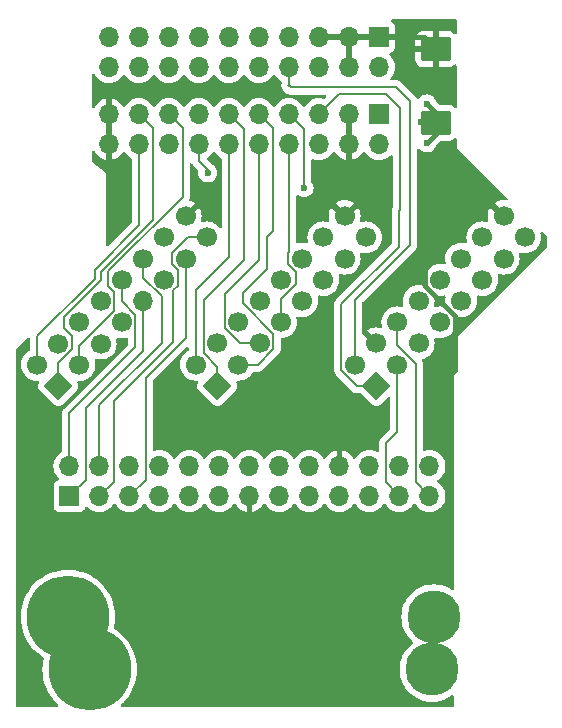
<source format=gbr>
%TF.GenerationSoftware,KiCad,Pcbnew,8.0.4*%
%TF.CreationDate,2024-12-17T16:18:45+07:00*%
%TF.ProjectId,16p_26p_adapter,3136705f-3236-4705-9f61-646170746572,rev?*%
%TF.SameCoordinates,Original*%
%TF.FileFunction,Copper,L2,Bot*%
%TF.FilePolarity,Positive*%
%FSLAX46Y46*%
G04 Gerber Fmt 4.6, Leading zero omitted, Abs format (unit mm)*
G04 Created by KiCad (PCBNEW 8.0.4) date 2024-12-17 16:18:45*
%MOMM*%
%LPD*%
G01*
G04 APERTURE LIST*
G04 Aperture macros list*
%AMRoundRect*
0 Rectangle with rounded corners*
0 $1 Rounding radius*
0 $2 $3 $4 $5 $6 $7 $8 $9 X,Y pos of 4 corners*
0 Add a 4 corners polygon primitive as box body*
4,1,4,$2,$3,$4,$5,$6,$7,$8,$9,$2,$3,0*
0 Add four circle primitives for the rounded corners*
1,1,$1+$1,$2,$3*
1,1,$1+$1,$4,$5*
1,1,$1+$1,$6,$7*
1,1,$1+$1,$8,$9*
0 Add four rect primitives between the rounded corners*
20,1,$1+$1,$2,$3,$4,$5,0*
20,1,$1+$1,$4,$5,$6,$7,0*
20,1,$1+$1,$6,$7,$8,$9,0*
20,1,$1+$1,$8,$9,$2,$3,0*%
%AMHorizOval*
0 Thick line with rounded ends*
0 $1 width*
0 $2 $3 position (X,Y) of the first rounded end (center of the circle)*
0 $4 $5 position (X,Y) of the second rounded end (center of the circle)*
0 Add line between two ends*
20,1,$1,$2,$3,$4,$5,0*
0 Add two circle primitives to create the rounded ends*
1,1,$1,$2,$3*
1,1,$1,$4,$5*%
%AMRotRect*
0 Rectangle, with rotation*
0 The origin of the aperture is its center*
0 $1 length*
0 $2 width*
0 $3 Rotation angle, in degrees counterclockwise*
0 Add horizontal line*
21,1,$1,$2,0,0,$3*%
G04 Aperture macros list end*
%TA.AperFunction,ComponentPad*%
%ADD10R,1.700000X1.700000*%
%TD*%
%TA.AperFunction,ComponentPad*%
%ADD11O,1.700000X1.700000*%
%TD*%
%TA.AperFunction,ComponentPad*%
%ADD12C,4.500000*%
%TD*%
%TA.AperFunction,ComponentPad*%
%ADD13C,0.800000*%
%TD*%
%TA.AperFunction,ComponentPad*%
%ADD14C,7.000000*%
%TD*%
%TA.AperFunction,ComponentPad*%
%ADD15RotRect,1.700000X1.700000X315.000000*%
%TD*%
%TA.AperFunction,ComponentPad*%
%ADD16HorizOval,1.700000X0.000000X0.000000X0.000000X0.000000X0*%
%TD*%
%TA.AperFunction,SMDPad,CuDef*%
%ADD17RoundRect,0.250000X1.025000X-0.787500X1.025000X0.787500X-1.025000X0.787500X-1.025000X-0.787500X0*%
%TD*%
%TA.AperFunction,ViaPad*%
%ADD18C,0.600000*%
%TD*%
%TA.AperFunction,Conductor*%
%ADD19C,0.400000*%
%TD*%
%TA.AperFunction,Conductor*%
%ADD20C,0.200000*%
%TD*%
G04 APERTURE END LIST*
D10*
%TO.P,J14,1,Pin_1*%
%TO.N,/3x16p-26p_adapter/CM_A_N5*%
X28322800Y-59282400D03*
D11*
%TO.P,J14,2,Pin_2*%
%TO.N,/3x16p-26p_adapter/CM_B_N3*%
X28322800Y-56742400D03*
%TO.P,J14,3,Pin_3*%
%TO.N,/3x16p-26p_adapter/CM_OE_M4*%
X30862800Y-59282400D03*
%TO.P,J14,4,Pin_4*%
%TO.N,/3x16p-26p_adapter/CM_D_P4*%
X30862800Y-56742400D03*
%TO.P,J14,5,Pin_5*%
%TO.N,/3x16p-26p_adapter/CM_CLK_M3*%
X33402799Y-59282400D03*
%TO.P,J14,6,Pin_6*%
%TO.N,/3x16p-26p_adapter/CM_STB_N1*%
X33402800Y-56742400D03*
%TO.P,J14,7,Pin_7*%
%TO.N,/3x16p-26p_adapter/D1_1*%
X35942800Y-59282400D03*
%TO.P,J14,8,Pin_8*%
%TO.N,/3x16p-26p_adapter/D1_2*%
X35942800Y-56742400D03*
%TO.P,J14,9,Pin_9*%
%TO.N,/3x16p-26p_adapter/D1_3*%
X38482800Y-59282400D03*
%TO.P,J14,10,Pin_10*%
%TO.N,/3x16p-26p_adapter/D1_4*%
X38482800Y-56742400D03*
%TO.P,J14,11,Pin_11*%
%TO.N,/3x16p-26p_adapter/D1_5*%
X41022800Y-59282400D03*
%TO.P,J14,12,Pin_12*%
%TO.N,/3x16p-26p_adapter/D1_6*%
X41022800Y-56742400D03*
%TO.P,J14,13,Pin_13*%
%TO.N,GND*%
X43562800Y-59282400D03*
%TO.P,J14,14,Pin_14*%
%TO.N,/3x16p-26p_adapter/D2_1*%
X43562800Y-56742400D03*
%TO.P,J14,15,Pin_15*%
%TO.N,/3x16p-26p_adapter/D2_2*%
X46102801Y-59282400D03*
%TO.P,J14,16,Pin_16*%
%TO.N,/3x16p-26p_adapter/D2_3*%
X46102800Y-56742400D03*
%TO.P,J14,17,Pin_17*%
%TO.N,/3x16p-26p_adapter/D2_4*%
X48642800Y-59282400D03*
%TO.P,J14,18,Pin_18*%
%TO.N,/3x16p-26p_adapter/D2_5*%
X48642800Y-56742400D03*
%TO.P,J14,19,Pin_19*%
%TO.N,/3x16p-26p_adapter/D2_6*%
X51182800Y-59282400D03*
%TO.P,J14,20,Pin_20*%
%TO.N,GND*%
X51182800Y-56742400D03*
%TO.P,J14,21,Pin_21*%
%TO.N,/3x16p-26p_adapter/D3_1*%
X53722800Y-59282400D03*
%TO.P,J14,22,Pin_22*%
%TO.N,/3x16p-26p_adapter/D3_2*%
X53722800Y-56742400D03*
%TO.P,J14,23,Pin_23*%
%TO.N,/3x16p-26p_adapter/D3_3*%
X56262799Y-59282400D03*
%TO.P,J14,24,Pin_24*%
%TO.N,/3x16p-26p_adapter/D3_4*%
X56262800Y-56742400D03*
%TO.P,J14,25,Pin_25*%
%TO.N,/3x16p-26p_adapter/D3_5*%
X58802800Y-59282400D03*
%TO.P,J14,26,Pin_26*%
%TO.N,/3x16p-26p_adapter/D3_6*%
X58802800Y-56742400D03*
%TD*%
D10*
%TO.P,J18,1,Pin_1*%
%TO.N,GND*%
X54526200Y-20422600D03*
D11*
%TO.P,J18,2,Pin_2*%
%TO.N,/3x16p-26p_adapter/VCC_5V*%
X54526200Y-22962600D03*
%TO.P,J18,3,Pin_3*%
%TO.N,GND*%
X51986200Y-20422600D03*
%TO.P,J18,4,Pin_4*%
X51986200Y-22962600D03*
%TO.P,J18,5,Pin_5*%
X49446201Y-20422600D03*
%TO.P,J18,6,Pin_6*%
%TO.N,Net-(J18-Pin_6)*%
X49446200Y-22962600D03*
%TO.P,J18,7,Pin_7*%
%TO.N,/3x16p-26p_adapter/D3_1*%
X46906200Y-20422600D03*
%TO.P,J18,8,Pin_8*%
%TO.N,/3x16p-26p_adapter/D3_2*%
X46906200Y-22962600D03*
%TO.P,J18,9,Pin_9*%
%TO.N,/3x16p-26p_adapter/D2_5*%
X44366200Y-20422600D03*
%TO.P,J18,10,Pin_10*%
%TO.N,/3x16p-26p_adapter/D2_6*%
X44366200Y-22962600D03*
%TO.P,J18,11,Pin_11*%
%TO.N,/3x16p-26p_adapter/D2_3*%
X41826200Y-20422600D03*
%TO.P,J18,12,Pin_12*%
%TO.N,/3x16p-26p_adapter/D2_4*%
X41826200Y-22962600D03*
%TO.P,J18,13,Pin_13*%
%TO.N,/3x16p-26p_adapter/D2_1*%
X39286200Y-20422600D03*
%TO.P,J18,14,Pin_14*%
%TO.N,/3x16p-26p_adapter/D2_2*%
X39286200Y-22962600D03*
%TO.P,J18,15,Pin_15*%
%TO.N,/3x16p-26p_adapter/D1_5*%
X36746199Y-20422600D03*
%TO.P,J18,16,Pin_16*%
%TO.N,/3x16p-26p_adapter/D1_6*%
X36746200Y-22962600D03*
%TO.P,J18,17,Pin_17*%
%TO.N,/3x16p-26p_adapter/D1_3*%
X34206200Y-20422600D03*
%TO.P,J18,18,Pin_18*%
%TO.N,/3x16p-26p_adapter/D1_4*%
X34206200Y-22962600D03*
%TO.P,J18,19,Pin_19*%
%TO.N,/3x16p-26p_adapter/D1_1*%
X31666200Y-20422600D03*
%TO.P,J18,20,Pin_20*%
%TO.N,/3x16p-26p_adapter/D1_2*%
X31666200Y-22962600D03*
%TD*%
D12*
%TO.P,H9,1*%
%TO.N,N/C*%
X59026200Y-73952600D03*
%TD*%
D10*
%TO.P,J19,1,Pin_1*%
%TO.N,/3x16p-26p_adapter/VCC_5V*%
X54526200Y-26952600D03*
D11*
%TO.P,J19,2,Pin_2*%
X54526200Y-29492600D03*
%TO.P,J19,3,Pin_3*%
%TO.N,GND*%
X51986200Y-26952600D03*
%TO.P,J19,4,Pin_4*%
X51986200Y-29492600D03*
%TO.P,J19,5,Pin_5*%
%TO.N,/3x16p-26p_adapter/D3_1*%
X49446201Y-26952600D03*
%TO.P,J19,6,Pin_6*%
%TO.N,Net-(J18-Pin_6)*%
X49446200Y-29492600D03*
%TO.P,J19,7,Pin_7*%
%TO.N,/3x16p-26p_adapter/D2_5*%
X46906200Y-26952600D03*
%TO.P,J19,8,Pin_8*%
%TO.N,/3x16p-26p_adapter/D2_6*%
X46906200Y-29492600D03*
%TO.P,J19,9,Pin_9*%
%TO.N,/3x16p-26p_adapter/D2_3*%
X44366200Y-26952600D03*
%TO.P,J19,10,Pin_10*%
%TO.N,/3x16p-26p_adapter/D2_4*%
X44366200Y-29492600D03*
%TO.P,J19,11,Pin_11*%
%TO.N,/3x16p-26p_adapter/D2_1*%
X41826200Y-26952600D03*
%TO.P,J19,12,Pin_12*%
%TO.N,/3x16p-26p_adapter/D2_2*%
X41826200Y-29492600D03*
%TO.P,J19,13,Pin_13*%
%TO.N,/3x16p-26p_adapter/D1_5*%
X39286200Y-26952600D03*
%TO.P,J19,14,Pin_14*%
%TO.N,/3x16p-26p_adapter/D1_6*%
X39286200Y-29492600D03*
%TO.P,J19,15,Pin_15*%
%TO.N,/3x16p-26p_adapter/D1_3*%
X36746199Y-26952600D03*
%TO.P,J19,16,Pin_16*%
%TO.N,/3x16p-26p_adapter/D1_4*%
X36746200Y-29492600D03*
%TO.P,J19,17,Pin_17*%
%TO.N,/3x16p-26p_adapter/D1_1*%
X34206200Y-26952600D03*
%TO.P,J19,18,Pin_18*%
%TO.N,/3x16p-26p_adapter/D1_2*%
X34206200Y-29492600D03*
%TO.P,J19,19,Pin_19*%
%TO.N,GND*%
X31666200Y-26952600D03*
%TO.P,J19,20,Pin_20*%
X31666200Y-29492600D03*
%TD*%
D12*
%TO.P,H5,1*%
%TO.N,N/C*%
X59180200Y-69516600D03*
%TD*%
D13*
%TO.P,H10,1*%
%TO.N,N/C*%
X27401200Y-73952600D03*
X28170045Y-72096445D03*
X28170045Y-75808755D03*
X30026200Y-71327600D03*
D14*
X30026200Y-73952600D03*
D13*
X30026200Y-76577600D03*
X31882355Y-72096445D03*
X31882355Y-75808755D03*
X32651200Y-73952600D03*
%TD*%
%TO.P,H6,1*%
%TO.N,N/C*%
X25567200Y-69516600D03*
X26336045Y-67660445D03*
X26336045Y-71372755D03*
X28192200Y-66891600D03*
D14*
X28192200Y-69516600D03*
D13*
X28192200Y-72141600D03*
X30048355Y-67660445D03*
X30048355Y-71372755D03*
X30817200Y-69516600D03*
%TD*%
D15*
%TO.P,J13,1,Pin_1*%
%TO.N,/3x16p-26p_adapter/D1_1*%
X27374200Y-49962600D03*
D16*
%TO.P,J13,2,Pin_2*%
%TO.N,/3x16p-26p_adapter/D1_2*%
X25578149Y-48166549D03*
%TO.P,J13,3,Pin_3*%
%TO.N,/3x16p-26p_adapter/D1_3*%
X29170251Y-48166549D03*
%TO.P,J13,4,Pin_4*%
%TO.N,GND*%
X27374200Y-46370498D03*
%TO.P,J13,5,Pin_5*%
%TO.N,/3x16p-26p_adapter/D1_4*%
X30966302Y-46370498D03*
%TO.P,J13,6,Pin_6*%
%TO.N,/3x16p-26p_adapter/D1_5*%
X29170251Y-44574446D03*
%TO.P,J13,7,Pin_7*%
%TO.N,/3x16p-26p_adapter/D1_6*%
X32762354Y-44574446D03*
%TO.P,J13,8,Pin_8*%
%TO.N,/3x16p-26p_adapter/CM_E_N4*%
X30966302Y-42778395D03*
D11*
%TO.P,J13,9,Pin_9*%
%TO.N,/3x16p-26p_adapter/CM_A_N5*%
X34558405Y-42778395D03*
D16*
%TO.P,J13,10,Pin_10*%
%TO.N,/3x16p-26p_adapter/CM_B_N3*%
X32762354Y-40982344D03*
%TO.P,J13,11,Pin_11*%
%TO.N,/3x16p-26p_adapter/CM_C_P3*%
X36354456Y-40982344D03*
%TO.P,J13,12,Pin_12*%
%TO.N,/3x16p-26p_adapter/CM_D_P4*%
X34558405Y-39186293D03*
%TO.P,J13,13,Pin_13*%
%TO.N,/3x16p-26p_adapter/CM_CLK_M3*%
X38150507Y-39186293D03*
%TO.P,J13,14,Pin_14*%
%TO.N,/3x16p-26p_adapter/CM_STB_N1*%
X36354456Y-37390241D03*
%TO.P,J13,15,Pin_15*%
%TO.N,/3x16p-26p_adapter/CM_OE_M4*%
X39946559Y-37390241D03*
%TO.P,J13,16,Pin_16*%
%TO.N,GND*%
X38150507Y-35594190D03*
%TD*%
D17*
%TO.P,C8,1*%
%TO.N,/3x16p-26p_adapter/VCC_5V*%
X59336200Y-27673100D03*
%TO.P,C8,2*%
%TO.N,GND*%
X59336200Y-21448100D03*
%TD*%
D15*
%TO.P,J16,1,Pin_1*%
%TO.N,/3x16p-26p_adapter/D3_1*%
X54298200Y-49958600D03*
D16*
%TO.P,J16,2,Pin_2*%
%TO.N,/3x16p-26p_adapter/D3_2*%
X52502149Y-48162549D03*
%TO.P,J16,3,Pin_3*%
%TO.N,/3x16p-26p_adapter/D3_3*%
X56094251Y-48162549D03*
%TO.P,J16,4,Pin_4*%
%TO.N,GND*%
X54298200Y-46366498D03*
%TO.P,J16,5,Pin_5*%
%TO.N,/3x16p-26p_adapter/D3_4*%
X57890302Y-46366498D03*
%TO.P,J16,6,Pin_6*%
%TO.N,/3x16p-26p_adapter/D3_5*%
X56094251Y-44570446D03*
%TO.P,J16,7,Pin_7*%
%TO.N,/3x16p-26p_adapter/D3_6*%
X59686354Y-44570446D03*
%TO.P,J16,8,Pin_8*%
%TO.N,unconnected-(J16-Pin_8-Pad8)*%
X57890302Y-42774395D03*
%TO.P,J16,9,Pin_9*%
%TO.N,unconnected-(J16-Pin_9-Pad9)*%
X61482405Y-42774395D03*
%TO.P,J16,10,Pin_10*%
%TO.N,unconnected-(J16-Pin_10-Pad10)*%
X59686354Y-40978344D03*
%TO.P,J16,11,Pin_11*%
%TO.N,unconnected-(J16-Pin_11-Pad11)*%
X63278456Y-40978344D03*
%TO.P,J16,12,Pin_12*%
%TO.N,unconnected-(J16-Pin_12-Pad12)*%
X61482405Y-39182293D03*
%TO.P,J16,13,Pin_13*%
%TO.N,unconnected-(J16-Pin_13-Pad13)*%
X65074507Y-39182293D03*
%TO.P,J16,14,Pin_14*%
%TO.N,/3x16p-26p_adapter/VCC_J16*%
X63278456Y-37386241D03*
%TO.P,J16,15,Pin_15*%
%TO.N,unconnected-(J16-Pin_15-Pad15)*%
X66870559Y-37386241D03*
%TO.P,J16,16,Pin_16*%
%TO.N,GND*%
X65074507Y-35590190D03*
%TD*%
D15*
%TO.P,J15,1,Pin_1*%
%TO.N,/3x16p-26p_adapter/D2_1*%
X40836200Y-49958600D03*
D16*
%TO.P,J15,2,Pin_2*%
%TO.N,/3x16p-26p_adapter/D2_2*%
X39040149Y-48162549D03*
%TO.P,J15,3,Pin_3*%
%TO.N,/3x16p-26p_adapter/D2_3*%
X42632251Y-48162549D03*
%TO.P,J15,4,Pin_4*%
%TO.N,GND*%
X40836200Y-46366498D03*
%TO.P,J15,5,Pin_5*%
%TO.N,/3x16p-26p_adapter/D2_4*%
X44428302Y-46366498D03*
%TO.P,J15,6,Pin_6*%
%TO.N,/3x16p-26p_adapter/D2_5*%
X42632251Y-44570446D03*
%TO.P,J15,7,Pin_7*%
%TO.N,/3x16p-26p_adapter/D2_6*%
X46224354Y-44570446D03*
%TO.P,J15,8,Pin_8*%
%TO.N,unconnected-(J15-Pin_8-Pad8)*%
X44428302Y-42774395D03*
%TO.P,J15,9,Pin_9*%
%TO.N,unconnected-(J15-Pin_9-Pad9)*%
X48020405Y-42774395D03*
%TO.P,J15,10,Pin_10*%
%TO.N,unconnected-(J15-Pin_10-Pad10)*%
X46224354Y-40978344D03*
%TO.P,J15,11,Pin_11*%
%TO.N,unconnected-(J15-Pin_11-Pad11)*%
X49816456Y-40978344D03*
%TO.P,J15,12,Pin_12*%
%TO.N,unconnected-(J15-Pin_12-Pad12)*%
X48020405Y-39182293D03*
%TO.P,J15,13,Pin_13*%
%TO.N,unconnected-(J15-Pin_13-Pad13)*%
X51612507Y-39182293D03*
%TO.P,J15,14,Pin_14*%
%TO.N,/3x16p-26p_adapter/VCC_J15*%
X49816456Y-37386241D03*
%TO.P,J15,15,Pin_15*%
%TO.N,unconnected-(J15-Pin_15-Pad15)*%
X53408559Y-37386241D03*
%TO.P,J15,16,Pin_16*%
%TO.N,GND*%
X51612507Y-35590190D03*
%TD*%
D18*
%TO.N,GND*%
X59336200Y-35990600D03*
X58828200Y-38276600D03*
X62384200Y-32942600D03*
%TO.N,/3x16p-26p_adapter/D1_6*%
X40032200Y-31926600D03*
%TO.N,/3x16p-26p_adapter/D2_5*%
X48185600Y-33171200D03*
%TO.N,/3x16p-26p_adapter/VCC_5V*%
X58574200Y-29386600D03*
X58066200Y-27608600D03*
X58574200Y-26084600D03*
%TD*%
D19*
%TO.N,GND*%
X60606200Y-60882600D02*
X58320200Y-63168600D01*
X58436354Y-38668446D02*
X58436354Y-41496111D01*
X58320200Y-63168600D02*
X57558200Y-63168600D01*
X54526200Y-20422600D02*
X58310700Y-20422600D01*
X58828200Y-38276600D02*
X58436354Y-38668446D01*
X59336200Y-50214600D02*
X59336200Y-50722600D01*
X57558200Y-63168600D02*
X57304200Y-62914600D01*
X60964638Y-48586162D02*
X59336200Y-50214600D01*
X59336200Y-35990600D02*
X62384200Y-32942600D01*
X60964638Y-44024395D02*
X60964638Y-48586162D01*
X57304200Y-62914600D02*
X44858200Y-62914600D01*
X44096200Y-61898600D02*
X43562800Y-61365200D01*
X43562800Y-61365200D02*
X43562800Y-59282400D01*
X58310700Y-20422600D02*
X59336200Y-21448100D01*
X59336200Y-50722600D02*
X60606200Y-51992600D01*
X60606200Y-51992600D02*
X60606200Y-60882600D01*
X44096200Y-62152600D02*
X44096200Y-61898600D01*
X44858200Y-62914600D02*
X44096200Y-62152600D01*
X58436354Y-41496111D02*
X60964638Y-44024395D01*
D20*
%TO.N,/3x16p-26p_adapter/CM_B_N3*%
X32762354Y-42790800D02*
X33912354Y-43940800D01*
X32762354Y-40982344D02*
X32762354Y-42790800D01*
X28322800Y-56742400D02*
X28322800Y-52265115D01*
X28322800Y-52265115D02*
X33912354Y-46675561D01*
X33912354Y-46675561D02*
X33912354Y-43940800D01*
%TO.N,/3x16p-26p_adapter/CM_D_P4*%
X36120600Y-46328400D02*
X36120600Y-42374834D01*
X30862800Y-56742400D02*
X30862800Y-51586200D01*
X30862800Y-51586200D02*
X36120600Y-46328400D01*
X34558405Y-40812639D02*
X34558405Y-39186293D01*
X36120600Y-42374834D02*
X34558405Y-40812639D01*
%TO.N,/3x16p-26p_adapter/CM_OE_M4*%
X37000507Y-39662639D02*
X37000507Y-38709947D01*
X32082000Y-58063200D02*
X32082000Y-51242230D01*
X37090149Y-41872999D02*
X37504456Y-41458692D01*
X32082000Y-51242230D02*
X37090149Y-46234081D01*
X37000507Y-38709947D02*
X38320213Y-37390241D01*
X37504456Y-41458692D02*
X37504456Y-40166588D01*
X30862800Y-59282400D02*
X32082000Y-58063200D01*
X37504456Y-40166588D02*
X37000507Y-39662639D01*
X38320213Y-37390241D02*
X39946559Y-37390241D01*
X37090149Y-46234081D02*
X37090149Y-41872999D01*
%TO.N,/3x16p-26p_adapter/D1_2*%
X30445213Y-40122613D02*
X34206200Y-36361626D01*
X25578149Y-45745051D02*
X30445213Y-40877987D01*
X30445213Y-40877987D02*
X30445213Y-40122613D01*
X25578149Y-48166549D02*
X25578149Y-45745051D01*
X34206200Y-36361626D02*
X34206200Y-29492600D01*
%TO.N,/3x16p-26p_adapter/CM_CLK_M3*%
X34792800Y-57892399D02*
X33402799Y-59282400D01*
X37490149Y-46577565D02*
X34792800Y-49274914D01*
X38150507Y-45924093D02*
X37497035Y-46577565D01*
X37497035Y-46577565D02*
X37490149Y-46577565D01*
X38150507Y-39186293D02*
X38150507Y-45924093D01*
X34792800Y-49274914D02*
X34792800Y-57892399D01*
%TO.N,/3x16p-26p_adapter/D1_3*%
X37896200Y-33967886D02*
X37896200Y-28102601D01*
X37896200Y-28102601D02*
X36746199Y-26952600D01*
X31612354Y-41492954D02*
X31612354Y-40251732D01*
X31612354Y-40251732D02*
X37896200Y-33967886D01*
X32116302Y-41996902D02*
X31612354Y-41492954D01*
X32116302Y-43594152D02*
X32116302Y-41996902D01*
X29170251Y-46540203D02*
X32116302Y-43594152D01*
X29170251Y-48166549D02*
X29170251Y-46540203D01*
%TO.N,/3x16p-26p_adapter/D1_1*%
X28524200Y-46846844D02*
X27374200Y-47996844D01*
X27851100Y-44132500D02*
X27851100Y-45086300D01*
X30975600Y-41008000D02*
X27851100Y-44132500D01*
X27851100Y-45086300D02*
X28524200Y-45759400D01*
X30975600Y-40322800D02*
X30975600Y-41008000D01*
X35356200Y-28102600D02*
X35356200Y-35942200D01*
X28524200Y-45759400D02*
X28524200Y-46846844D01*
X35356200Y-35942200D02*
X30975600Y-40322800D01*
X27374200Y-47996844D02*
X27374200Y-49962600D01*
X34206200Y-26952600D02*
X35356200Y-28102600D01*
%TO.N,/3x16p-26p_adapter/CM_A_N5*%
X34558405Y-46976195D02*
X34558405Y-42778395D01*
X28322800Y-59282400D02*
X29712800Y-57892400D01*
X29712800Y-51821800D02*
X34558405Y-46976195D01*
X29712800Y-57892400D02*
X29712800Y-51821800D01*
%TO.N,/3x16p-26p_adapter/D1_6*%
X40032200Y-31672600D02*
X39286200Y-30926600D01*
X40032200Y-31926600D02*
X40032200Y-31672600D01*
X39286200Y-30926600D02*
X39286200Y-29492600D01*
%TO.N,/3x16p-26p_adapter/D2_1*%
X40836200Y-48332254D02*
X40836200Y-49958600D01*
X43105600Y-39267200D02*
X39686200Y-42686600D01*
X39686200Y-47182254D02*
X40836200Y-48332254D01*
X43105600Y-28232000D02*
X43105600Y-39267200D01*
X41826200Y-26952600D02*
X43105600Y-28232000D01*
X39686200Y-42686600D02*
X39686200Y-47182254D01*
%TO.N,/3x16p-26p_adapter/D2_4*%
X44428302Y-46366498D02*
X42801957Y-46366498D01*
X42801957Y-46366498D02*
X41478200Y-45042741D01*
X41478200Y-45042741D02*
X41478200Y-42155200D01*
X44366200Y-39267200D02*
X44366200Y-29492600D01*
X41478200Y-42155200D02*
X44366200Y-39267200D01*
%TO.N,/3x16p-26p_adapter/D2_3*%
X45061400Y-37311400D02*
X45516200Y-36856600D01*
X43002200Y-42974638D02*
X43002200Y-42113200D01*
X45594800Y-45567238D02*
X43002200Y-42974638D01*
X45516200Y-28102600D02*
X44366200Y-26952600D01*
X43002200Y-42113200D02*
X45061400Y-40054000D01*
X45516200Y-36856600D02*
X45516200Y-28102600D01*
X42632251Y-48162549D02*
X44258597Y-48162549D01*
X45594800Y-46826346D02*
X45594800Y-45567238D01*
X44258597Y-48162549D02*
X45594800Y-46826346D01*
X45061400Y-40054000D02*
X45061400Y-37311400D01*
%TO.N,/3x16p-26p_adapter/D2_2*%
X39040149Y-48162549D02*
X39040149Y-41859451D01*
X41826200Y-39073400D02*
X41826200Y-29492600D01*
X39040149Y-41859451D02*
X41826200Y-39073400D01*
%TO.N,/3x16p-26p_adapter/D3_3*%
X56094251Y-53837549D02*
X55112800Y-54819000D01*
X55112800Y-54819000D02*
X55112800Y-58132401D01*
X55112800Y-58132401D02*
X56262799Y-59282400D01*
X56094251Y-48162549D02*
X56094251Y-53837549D01*
%TO.N,/3x16p-26p_adapter/D3_5*%
X56094251Y-46536203D02*
X57652800Y-48094752D01*
X56094251Y-44570446D02*
X56094251Y-46536203D01*
X57652800Y-48094752D02*
X57652800Y-58132400D01*
X57652800Y-58132400D02*
X58802800Y-59282400D01*
%TO.N,/3x16p-26p_adapter/D3_2*%
X55983400Y-24687600D02*
X47042600Y-24687600D01*
X46864800Y-24509800D02*
X46906200Y-24468400D01*
X57151800Y-25856000D02*
X55983400Y-24687600D01*
X52502149Y-42646851D02*
X57151800Y-37997200D01*
X57151800Y-37997200D02*
X57151800Y-25856000D01*
X46906200Y-24468400D02*
X46906200Y-22962600D01*
X47042600Y-24687600D02*
X46864800Y-24509800D01*
X52502149Y-48162549D02*
X52502149Y-42646851D01*
%TO.N,/3x16p-26p_adapter/D2_5*%
X48185600Y-28232000D02*
X46906200Y-26952600D01*
X48185600Y-33171200D02*
X48185600Y-28232000D01*
%TO.N,/3x16p-26p_adapter/D2_6*%
X46864800Y-38632200D02*
X46906200Y-38590800D01*
X46864800Y-39653034D02*
X46864800Y-38632200D01*
X47499800Y-41329244D02*
X47499800Y-40288034D01*
X46224354Y-42604690D02*
X47499800Y-41329244D01*
X46906200Y-38590800D02*
X46906200Y-29492600D01*
X46224354Y-44570446D02*
X46224354Y-42604690D01*
X47499800Y-40288034D02*
X46864800Y-39653034D01*
%TO.N,/3x16p-26p_adapter/D3_1*%
X56212000Y-35177800D02*
X56288200Y-35101600D01*
X56288200Y-35101600D02*
X56288200Y-26414600D01*
X51352149Y-48638895D02*
X51352149Y-43034851D01*
X56212000Y-38175000D02*
X56212000Y-35177800D01*
X51177801Y-25221000D02*
X49446201Y-26952600D01*
X55094600Y-25221000D02*
X51177801Y-25221000D01*
X54298200Y-49958600D02*
X52671854Y-49958600D01*
X56288200Y-26414600D02*
X55094600Y-25221000D01*
X51352149Y-43034851D02*
X56212000Y-38175000D01*
X52671854Y-49958600D02*
X51352149Y-48638895D01*
%TO.N,Net-(J18-Pin_6)*%
X49446200Y-30183400D02*
X49446200Y-29492600D01*
D19*
%TO.N,/3x16p-26p_adapter/VCC_5V*%
X59336200Y-27673100D02*
X59336200Y-28624600D01*
X59336200Y-28624600D02*
X58574200Y-29386600D01*
X59336200Y-26846600D02*
X58574200Y-26084600D01*
X59336200Y-27673100D02*
X58130700Y-27673100D01*
X58130700Y-27673100D02*
X58066200Y-27608600D01*
X59336200Y-27673100D02*
X59336200Y-26846600D01*
%TD*%
%TA.AperFunction,Conductor*%
%TO.N,GND*%
G36*
X68350341Y-36898089D02*
G01*
X68382340Y-36920469D01*
X68687884Y-37215827D01*
X68722402Y-37276573D01*
X68725700Y-37304981D01*
X68725700Y-38233738D01*
X68706015Y-38300777D01*
X68689381Y-38321419D01*
X60860200Y-46150599D01*
X60860200Y-67098316D01*
X60840515Y-67165355D01*
X60787711Y-67211110D01*
X60718553Y-67221054D01*
X60672050Y-67204433D01*
X60607407Y-67165355D01*
X60460757Y-67076702D01*
X60157323Y-66940137D01*
X60157316Y-66940134D01*
X60157304Y-66940130D01*
X59839649Y-66841146D01*
X59839645Y-66841145D01*
X59839641Y-66841144D01*
X59512342Y-66781164D01*
X59512341Y-66781163D01*
X59512336Y-66781163D01*
X59180200Y-66761073D01*
X58848063Y-66781163D01*
X58848058Y-66781164D01*
X58520759Y-66841144D01*
X58520756Y-66841144D01*
X58520750Y-66841146D01*
X58203095Y-66940130D01*
X58203079Y-66940136D01*
X58203077Y-66940137D01*
X58124173Y-66975649D01*
X57899647Y-67076700D01*
X57899645Y-67076701D01*
X57614873Y-67248851D01*
X57352944Y-67454060D01*
X57117660Y-67689344D01*
X56912451Y-67951273D01*
X56795687Y-68144423D01*
X56740302Y-68236043D01*
X56687252Y-68353916D01*
X56603736Y-68539480D01*
X56603730Y-68539495D01*
X56504746Y-68857150D01*
X56444763Y-69184463D01*
X56424673Y-69516600D01*
X56444763Y-69848736D01*
X56444763Y-69848741D01*
X56444764Y-69848742D01*
X56504744Y-70176041D01*
X56504745Y-70176045D01*
X56504746Y-70176049D01*
X56603730Y-70493704D01*
X56603734Y-70493716D01*
X56603737Y-70493723D01*
X56740302Y-70797157D01*
X56892770Y-71049370D01*
X56912451Y-71081926D01*
X57117660Y-71343855D01*
X57352939Y-71579134D01*
X57355551Y-71581448D01*
X57392677Y-71640637D01*
X57391910Y-71710503D01*
X57353493Y-71768863D01*
X57349797Y-71771875D01*
X57198944Y-71890060D01*
X56963660Y-72125344D01*
X56758451Y-72387273D01*
X56641687Y-72580423D01*
X56586302Y-72672043D01*
X56479134Y-72910161D01*
X56449736Y-72975480D01*
X56449730Y-72975495D01*
X56350746Y-73293150D01*
X56290763Y-73620463D01*
X56270673Y-73952600D01*
X56290763Y-74284736D01*
X56290763Y-74284741D01*
X56290764Y-74284742D01*
X56350744Y-74612041D01*
X56350745Y-74612045D01*
X56350746Y-74612049D01*
X56449730Y-74929704D01*
X56449734Y-74929716D01*
X56449737Y-74929723D01*
X56586302Y-75233157D01*
X56738770Y-75485370D01*
X56758451Y-75517926D01*
X56963660Y-75779855D01*
X57198944Y-76015139D01*
X57460873Y-76220348D01*
X57460878Y-76220351D01*
X57460882Y-76220354D01*
X57745643Y-76392498D01*
X58049077Y-76529063D01*
X58049090Y-76529067D01*
X58049095Y-76529069D01*
X58260865Y-76595058D01*
X58366759Y-76628056D01*
X58694058Y-76688036D01*
X59026200Y-76708127D01*
X59358342Y-76688036D01*
X59685641Y-76628056D01*
X60003323Y-76529063D01*
X60306757Y-76392498D01*
X60591518Y-76220354D01*
X60591526Y-76220348D01*
X60659727Y-76166916D01*
X60724639Y-76141067D01*
X60793222Y-76154415D01*
X60843700Y-76202723D01*
X60860200Y-76264527D01*
X60860200Y-77014600D01*
X60840515Y-77081639D01*
X60787711Y-77127394D01*
X60736200Y-77138600D01*
X32789483Y-77138600D01*
X32722444Y-77118915D01*
X32676689Y-77066111D01*
X32666745Y-76996953D01*
X32695770Y-76933397D01*
X32706210Y-76922722D01*
X32858392Y-76784792D01*
X32946087Y-76688036D01*
X33122358Y-76493551D01*
X33356506Y-76177839D01*
X33558581Y-75840697D01*
X33726638Y-75485372D01*
X33859057Y-75115284D01*
X33954564Y-74734000D01*
X34012238Y-74345191D01*
X34031525Y-73952600D01*
X34012238Y-73560009D01*
X33954564Y-73171200D01*
X33859057Y-72789916D01*
X33726638Y-72419828D01*
X33558581Y-72064503D01*
X33554417Y-72057556D01*
X33356507Y-71727363D01*
X33344003Y-71710503D01*
X33122358Y-71411649D01*
X33116060Y-71404700D01*
X32858392Y-71120407D01*
X32567156Y-70856446D01*
X32487207Y-70797152D01*
X32251439Y-70622294D01*
X32145900Y-70559036D01*
X32098518Y-70507687D01*
X32086420Y-70438873D01*
X32089362Y-70422561D01*
X32120564Y-70298000D01*
X32178238Y-69909191D01*
X32197525Y-69516600D01*
X32178238Y-69124009D01*
X32120564Y-68735200D01*
X32025057Y-68353916D01*
X31892638Y-67983828D01*
X31724581Y-67628503D01*
X31522506Y-67291361D01*
X31288358Y-66975649D01*
X31256171Y-66940136D01*
X31024392Y-66684407D01*
X30733156Y-66420446D01*
X30417436Y-66186292D01*
X30080300Y-65984220D01*
X29724972Y-65816162D01*
X29724970Y-65816161D01*
X29354884Y-65683743D01*
X28973606Y-65588237D01*
X28973601Y-65588236D01*
X28973600Y-65588236D01*
X28829456Y-65566854D01*
X28584799Y-65530563D01*
X28584797Y-65530562D01*
X28584791Y-65530562D01*
X28192200Y-65511275D01*
X27799609Y-65530562D01*
X27799603Y-65530562D01*
X27799600Y-65530563D01*
X27410793Y-65588237D01*
X27029515Y-65683743D01*
X26659429Y-65816161D01*
X26659427Y-65816162D01*
X26304099Y-65984220D01*
X25966963Y-66186292D01*
X25651243Y-66420446D01*
X25360007Y-66684407D01*
X25096046Y-66975643D01*
X24861892Y-67291363D01*
X24659820Y-67628499D01*
X24491762Y-67983827D01*
X24491761Y-67983829D01*
X24359343Y-68353915D01*
X24263837Y-68735193D01*
X24245747Y-68857150D01*
X24206162Y-69124009D01*
X24186875Y-69516600D01*
X24206162Y-69909191D01*
X24263835Y-70297996D01*
X24263837Y-70298006D01*
X24359343Y-70679284D01*
X24491761Y-71049370D01*
X24491762Y-71049372D01*
X24659820Y-71404700D01*
X24843112Y-71710503D01*
X24861894Y-71741839D01*
X24900254Y-71793562D01*
X25096046Y-72057556D01*
X25360007Y-72348792D01*
X25651243Y-72612753D01*
X25651249Y-72612758D01*
X25966961Y-72846906D01*
X26072498Y-72910163D01*
X26119879Y-72961511D01*
X26131978Y-73030325D01*
X26129033Y-73046649D01*
X26097837Y-73171191D01*
X26079747Y-73293150D01*
X26040162Y-73560009D01*
X26020875Y-73952600D01*
X26040162Y-74345191D01*
X26040162Y-74345197D01*
X26040163Y-74345199D01*
X26097837Y-74734006D01*
X26193343Y-75115284D01*
X26325761Y-75485370D01*
X26325762Y-75485372D01*
X26493820Y-75840700D01*
X26681854Y-76154415D01*
X26695894Y-76177839D01*
X26727425Y-76220354D01*
X26930046Y-76493556D01*
X27194007Y-76784792D01*
X27346190Y-76922722D01*
X27382644Y-76982328D01*
X27381085Y-77052180D01*
X27342009Y-77110101D01*
X27277821Y-77137701D01*
X27262917Y-77138600D01*
X23900200Y-77138600D01*
X23833161Y-77118915D01*
X23787406Y-77066111D01*
X23776200Y-77014600D01*
X23776200Y-46963962D01*
X23795885Y-46896923D01*
X23812519Y-46876281D01*
X24765968Y-45922832D01*
X24827291Y-45889347D01*
X24896983Y-45894331D01*
X24952916Y-45936203D01*
X24977333Y-46001667D01*
X24977649Y-46010513D01*
X24977649Y-46877457D01*
X24957964Y-46944496D01*
X24906063Y-46989835D01*
X24900322Y-46992512D01*
X24900318Y-46992514D01*
X24706746Y-47128054D01*
X24539654Y-47295146D01*
X24404114Y-47488718D01*
X24404113Y-47488720D01*
X24339106Y-47628128D01*
X24304316Y-47702737D01*
X24304247Y-47702884D01*
X24304243Y-47702893D01*
X24243087Y-47931135D01*
X24243085Y-47931145D01*
X24222490Y-48166548D01*
X24222490Y-48166549D01*
X24243085Y-48401952D01*
X24243087Y-48401962D01*
X24304243Y-48630204D01*
X24304245Y-48630208D01*
X24304246Y-48630212D01*
X24366189Y-48763049D01*
X24404114Y-48844379D01*
X24404116Y-48844383D01*
X24437342Y-48891834D01*
X24539654Y-49037950D01*
X24706748Y-49205044D01*
X24777624Y-49254672D01*
X24900314Y-49340581D01*
X24900316Y-49340582D01*
X24900319Y-49340584D01*
X25114486Y-49440452D01*
X25342741Y-49501612D01*
X25578149Y-49522208D01*
X25621196Y-49518441D01*
X25689693Y-49532206D01*
X25739877Y-49580821D01*
X25755812Y-49648849D01*
X25744797Y-49693480D01*
X25686954Y-49820136D01*
X25686952Y-49820144D01*
X25666472Y-49962600D01*
X25686952Y-50105055D01*
X25686953Y-50105059D01*
X25746739Y-50235970D01*
X25746740Y-50235971D01*
X25746741Y-50235973D01*
X25784360Y-50282656D01*
X25784363Y-50282659D01*
X25784368Y-50282665D01*
X26465164Y-50963459D01*
X27054144Y-51552438D01*
X27054148Y-51552441D01*
X27054150Y-51552443D01*
X27100826Y-51590059D01*
X27231740Y-51649846D01*
X27231741Y-51649846D01*
X27231743Y-51649847D01*
X27374200Y-51670328D01*
X27516657Y-51649847D01*
X27647573Y-51590059D01*
X27694256Y-51552440D01*
X28964038Y-50282656D01*
X29001659Y-50235973D01*
X29061447Y-50105057D01*
X29081928Y-49962600D01*
X29061447Y-49820143D01*
X29059620Y-49816143D01*
X29003602Y-49693481D01*
X28993658Y-49624323D01*
X29022683Y-49560767D01*
X29081461Y-49522992D01*
X29127200Y-49518441D01*
X29170251Y-49522208D01*
X29405659Y-49501612D01*
X29633914Y-49440452D01*
X29848081Y-49340584D01*
X30041652Y-49205044D01*
X30208746Y-49037950D01*
X30344286Y-48844379D01*
X30444154Y-48630212D01*
X30505314Y-48401957D01*
X30525910Y-48166549D01*
X30505314Y-47931141D01*
X30478334Y-47830449D01*
X30479997Y-47760599D01*
X30519160Y-47702737D01*
X30583388Y-47675233D01*
X30630202Y-47678581D01*
X30730894Y-47705561D01*
X30914845Y-47721655D01*
X30966301Y-47726157D01*
X30966302Y-47726157D01*
X30966303Y-47726157D01*
X31017759Y-47721655D01*
X31201710Y-47705561D01*
X31429965Y-47644401D01*
X31644132Y-47544533D01*
X31837703Y-47408993D01*
X32004797Y-47241899D01*
X32140337Y-47048328D01*
X32240205Y-46834161D01*
X32301365Y-46605906D01*
X32321961Y-46370498D01*
X32301365Y-46135090D01*
X32274384Y-46034394D01*
X32276047Y-45964547D01*
X32315209Y-45906684D01*
X32379438Y-45879180D01*
X32426249Y-45882527D01*
X32526946Y-45909509D01*
X32715272Y-45925985D01*
X32762353Y-45930105D01*
X32762354Y-45930105D01*
X32762355Y-45930105D01*
X32808073Y-45926105D01*
X32997762Y-45909509D01*
X33149554Y-45868837D01*
X33155761Y-45867174D01*
X33225611Y-45868837D01*
X33283473Y-45908000D01*
X33310977Y-45972228D01*
X33311854Y-45986949D01*
X33311854Y-46375463D01*
X33292169Y-46442502D01*
X33275535Y-46463144D01*
X27842281Y-51896397D01*
X27842279Y-51896400D01*
X27808497Y-51954914D01*
X27808496Y-51954916D01*
X27763223Y-52033329D01*
X27763223Y-52033330D01*
X27722299Y-52186058D01*
X27722299Y-52186060D01*
X27722299Y-52354161D01*
X27722300Y-52354174D01*
X27722300Y-55453308D01*
X27702615Y-55520347D01*
X27650714Y-55565686D01*
X27644973Y-55568363D01*
X27644969Y-55568365D01*
X27451397Y-55703905D01*
X27284305Y-55870997D01*
X27148765Y-56064569D01*
X27148764Y-56064571D01*
X27048898Y-56278735D01*
X27048894Y-56278744D01*
X26987738Y-56506986D01*
X26987736Y-56506996D01*
X26967141Y-56742399D01*
X26967141Y-56742400D01*
X26987736Y-56977803D01*
X26987738Y-56977813D01*
X27048894Y-57206055D01*
X27048896Y-57206059D01*
X27048897Y-57206063D01*
X27128601Y-57376988D01*
X27148765Y-57420230D01*
X27148767Y-57420234D01*
X27257081Y-57574921D01*
X27284304Y-57613800D01*
X27284306Y-57613802D01*
X27406230Y-57735726D01*
X27439715Y-57797049D01*
X27434731Y-57866741D01*
X27392859Y-57922674D01*
X27361883Y-57939589D01*
X27230469Y-57988603D01*
X27230464Y-57988606D01*
X27115255Y-58074852D01*
X27115252Y-58074855D01*
X27029006Y-58190064D01*
X27029002Y-58190071D01*
X26978708Y-58324917D01*
X26972301Y-58384516D01*
X26972300Y-58384535D01*
X26972300Y-60180270D01*
X26972301Y-60180276D01*
X26978708Y-60239883D01*
X27029002Y-60374728D01*
X27029006Y-60374735D01*
X27115252Y-60489944D01*
X27115255Y-60489947D01*
X27230464Y-60576193D01*
X27230471Y-60576197D01*
X27365317Y-60626491D01*
X27365316Y-60626491D01*
X27372244Y-60627235D01*
X27424927Y-60632900D01*
X29220672Y-60632899D01*
X29280283Y-60626491D01*
X29415131Y-60576196D01*
X29530346Y-60489946D01*
X29616596Y-60374731D01*
X29665610Y-60243316D01*
X29707481Y-60187384D01*
X29772945Y-60162966D01*
X29841218Y-60177817D01*
X29869473Y-60198969D01*
X29991399Y-60320895D01*
X30088184Y-60388665D01*
X30184965Y-60456432D01*
X30184967Y-60456433D01*
X30184970Y-60456435D01*
X30399137Y-60556303D01*
X30627392Y-60617463D01*
X30803834Y-60632900D01*
X30862799Y-60638059D01*
X30862800Y-60638059D01*
X30862801Y-60638059D01*
X30921766Y-60632900D01*
X31098208Y-60617463D01*
X31326463Y-60556303D01*
X31540630Y-60456435D01*
X31734201Y-60320895D01*
X31901295Y-60153801D01*
X32031224Y-59968242D01*
X32085801Y-59924618D01*
X32155299Y-59917424D01*
X32217654Y-59948947D01*
X32234373Y-59968241D01*
X32364304Y-60153801D01*
X32531398Y-60320895D01*
X32628183Y-60388665D01*
X32724964Y-60456432D01*
X32724966Y-60456433D01*
X32724969Y-60456435D01*
X32939136Y-60556303D01*
X33167391Y-60617463D01*
X33343833Y-60632900D01*
X33402798Y-60638059D01*
X33402799Y-60638059D01*
X33402800Y-60638059D01*
X33461765Y-60632900D01*
X33638207Y-60617463D01*
X33866462Y-60556303D01*
X34080629Y-60456435D01*
X34274200Y-60320895D01*
X34441294Y-60153801D01*
X34571225Y-59968239D01*
X34625801Y-59924616D01*
X34695299Y-59917422D01*
X34757654Y-59948945D01*
X34774372Y-59968238D01*
X34904305Y-60153801D01*
X35071399Y-60320895D01*
X35168184Y-60388665D01*
X35264965Y-60456432D01*
X35264967Y-60456433D01*
X35264970Y-60456435D01*
X35479137Y-60556303D01*
X35707392Y-60617463D01*
X35883834Y-60632900D01*
X35942799Y-60638059D01*
X35942800Y-60638059D01*
X35942801Y-60638059D01*
X36001766Y-60632900D01*
X36178208Y-60617463D01*
X36406463Y-60556303D01*
X36620630Y-60456435D01*
X36814201Y-60320895D01*
X36981295Y-60153801D01*
X37111226Y-59968241D01*
X37165802Y-59924617D01*
X37235300Y-59917423D01*
X37297655Y-59948946D01*
X37314375Y-59968242D01*
X37444300Y-60153795D01*
X37444305Y-60153801D01*
X37611399Y-60320895D01*
X37708184Y-60388665D01*
X37804965Y-60456432D01*
X37804967Y-60456433D01*
X37804970Y-60456435D01*
X38019137Y-60556303D01*
X38247392Y-60617463D01*
X38423834Y-60632900D01*
X38482799Y-60638059D01*
X38482800Y-60638059D01*
X38482801Y-60638059D01*
X38541766Y-60632900D01*
X38718208Y-60617463D01*
X38946463Y-60556303D01*
X39160630Y-60456435D01*
X39354201Y-60320895D01*
X39521295Y-60153801D01*
X39651226Y-59968241D01*
X39705802Y-59924617D01*
X39775300Y-59917423D01*
X39837655Y-59948946D01*
X39854375Y-59968242D01*
X39984300Y-60153795D01*
X39984305Y-60153801D01*
X40151399Y-60320895D01*
X40248184Y-60388665D01*
X40344965Y-60456432D01*
X40344967Y-60456433D01*
X40344970Y-60456435D01*
X40559137Y-60556303D01*
X40787392Y-60617463D01*
X40963834Y-60632900D01*
X41022799Y-60638059D01*
X41022800Y-60638059D01*
X41022801Y-60638059D01*
X41081766Y-60632900D01*
X41258208Y-60617463D01*
X41486463Y-60556303D01*
X41700630Y-60456435D01*
X41894201Y-60320895D01*
X42061295Y-60153801D01*
X42191530Y-59967805D01*
X42246107Y-59924181D01*
X42315605Y-59916987D01*
X42377960Y-59948510D01*
X42394679Y-59967805D01*
X42524690Y-60153478D01*
X42691717Y-60320505D01*
X42885221Y-60456000D01*
X43099307Y-60555829D01*
X43099316Y-60555833D01*
X43312800Y-60613034D01*
X43312800Y-59715412D01*
X43369807Y-59748325D01*
X43496974Y-59782400D01*
X43628626Y-59782400D01*
X43755793Y-59748325D01*
X43812800Y-59715412D01*
X43812800Y-60613033D01*
X44026283Y-60555833D01*
X44026292Y-60555829D01*
X44240378Y-60456000D01*
X44433882Y-60320505D01*
X44600905Y-60153482D01*
X44730920Y-59967804D01*
X44785497Y-59924179D01*
X44854996Y-59916987D01*
X44917350Y-59948509D01*
X44934070Y-59967805D01*
X45064301Y-60153795D01*
X45064306Y-60153801D01*
X45231400Y-60320895D01*
X45328185Y-60388665D01*
X45424966Y-60456432D01*
X45424968Y-60456433D01*
X45424971Y-60456435D01*
X45639138Y-60556303D01*
X45867393Y-60617463D01*
X46043835Y-60632900D01*
X46102800Y-60638059D01*
X46102801Y-60638059D01*
X46102802Y-60638059D01*
X46161767Y-60632900D01*
X46338209Y-60617463D01*
X46566464Y-60556303D01*
X46780631Y-60456435D01*
X46974202Y-60320895D01*
X47141296Y-60153801D01*
X47271225Y-59968242D01*
X47325802Y-59924618D01*
X47395300Y-59917424D01*
X47457655Y-59948947D01*
X47474374Y-59968241D01*
X47604305Y-60153801D01*
X47771399Y-60320895D01*
X47868184Y-60388665D01*
X47964965Y-60456432D01*
X47964967Y-60456433D01*
X47964970Y-60456435D01*
X48179137Y-60556303D01*
X48407392Y-60617463D01*
X48583834Y-60632900D01*
X48642799Y-60638059D01*
X48642800Y-60638059D01*
X48642801Y-60638059D01*
X48701766Y-60632900D01*
X48878208Y-60617463D01*
X49106463Y-60556303D01*
X49320630Y-60456435D01*
X49514201Y-60320895D01*
X49681295Y-60153801D01*
X49811226Y-59968241D01*
X49865802Y-59924617D01*
X49935300Y-59917423D01*
X49997655Y-59948946D01*
X50014375Y-59968242D01*
X50144300Y-60153795D01*
X50144305Y-60153801D01*
X50311399Y-60320895D01*
X50408184Y-60388665D01*
X50504965Y-60456432D01*
X50504967Y-60456433D01*
X50504970Y-60456435D01*
X50719137Y-60556303D01*
X50947392Y-60617463D01*
X51123834Y-60632900D01*
X51182799Y-60638059D01*
X51182800Y-60638059D01*
X51182801Y-60638059D01*
X51241766Y-60632900D01*
X51418208Y-60617463D01*
X51646463Y-60556303D01*
X51860630Y-60456435D01*
X52054201Y-60320895D01*
X52221295Y-60153801D01*
X52351226Y-59968241D01*
X52405802Y-59924617D01*
X52475300Y-59917423D01*
X52537655Y-59948946D01*
X52554375Y-59968242D01*
X52684300Y-60153795D01*
X52684305Y-60153801D01*
X52851399Y-60320895D01*
X52948184Y-60388665D01*
X53044965Y-60456432D01*
X53044967Y-60456433D01*
X53044970Y-60456435D01*
X53259137Y-60556303D01*
X53487392Y-60617463D01*
X53663834Y-60632900D01*
X53722799Y-60638059D01*
X53722800Y-60638059D01*
X53722801Y-60638059D01*
X53781766Y-60632900D01*
X53958208Y-60617463D01*
X54186463Y-60556303D01*
X54400630Y-60456435D01*
X54594201Y-60320895D01*
X54761295Y-60153801D01*
X54891224Y-59968242D01*
X54945801Y-59924618D01*
X55015299Y-59917424D01*
X55077654Y-59948947D01*
X55094373Y-59968241D01*
X55224304Y-60153801D01*
X55391398Y-60320895D01*
X55488183Y-60388665D01*
X55584964Y-60456432D01*
X55584966Y-60456433D01*
X55584969Y-60456435D01*
X55799136Y-60556303D01*
X56027391Y-60617463D01*
X56203833Y-60632900D01*
X56262798Y-60638059D01*
X56262799Y-60638059D01*
X56262800Y-60638059D01*
X56321765Y-60632900D01*
X56498207Y-60617463D01*
X56726462Y-60556303D01*
X56940629Y-60456435D01*
X57134200Y-60320895D01*
X57301294Y-60153801D01*
X57431225Y-59968239D01*
X57485801Y-59924616D01*
X57555299Y-59917422D01*
X57617654Y-59948945D01*
X57634372Y-59968238D01*
X57764305Y-60153801D01*
X57931399Y-60320895D01*
X58028184Y-60388665D01*
X58124965Y-60456432D01*
X58124967Y-60456433D01*
X58124970Y-60456435D01*
X58339137Y-60556303D01*
X58567392Y-60617463D01*
X58743834Y-60632900D01*
X58802799Y-60638059D01*
X58802800Y-60638059D01*
X58802801Y-60638059D01*
X58861766Y-60632900D01*
X59038208Y-60617463D01*
X59266463Y-60556303D01*
X59480630Y-60456435D01*
X59674201Y-60320895D01*
X59841295Y-60153801D01*
X59976835Y-59960230D01*
X60076703Y-59746063D01*
X60137863Y-59517808D01*
X60158459Y-59282400D01*
X60137863Y-59046992D01*
X60076703Y-58818737D01*
X59976835Y-58604571D01*
X59971531Y-58596995D01*
X59841294Y-58410997D01*
X59674202Y-58243906D01*
X59674196Y-58243901D01*
X59488642Y-58113975D01*
X59445017Y-58059398D01*
X59437823Y-57989900D01*
X59469346Y-57927545D01*
X59488642Y-57910825D01*
X59592301Y-57838242D01*
X59674201Y-57780895D01*
X59841295Y-57613801D01*
X59976835Y-57420230D01*
X60076703Y-57206063D01*
X60137863Y-56977808D01*
X60158459Y-56742400D01*
X60137863Y-56506992D01*
X60076703Y-56278737D01*
X59976835Y-56064571D01*
X59971531Y-56056995D01*
X59841294Y-55870997D01*
X59674202Y-55703906D01*
X59674195Y-55703901D01*
X59480634Y-55568367D01*
X59480630Y-55568365D01*
X59438102Y-55548534D01*
X59266463Y-55468497D01*
X59266459Y-55468496D01*
X59266455Y-55468494D01*
X59038213Y-55407338D01*
X59038203Y-55407336D01*
X58802801Y-55386741D01*
X58802799Y-55386741D01*
X58567396Y-55407336D01*
X58567383Y-55407339D01*
X58409392Y-55449671D01*
X58339542Y-55448008D01*
X58281680Y-55408845D01*
X58254177Y-55344616D01*
X58253300Y-55329896D01*
X58253300Y-48015697D01*
X58253300Y-48015695D01*
X58227066Y-47917787D01*
X58212377Y-47862967D01*
X58200863Y-47843024D01*
X58184390Y-47775124D01*
X58207243Y-47709097D01*
X58262164Y-47665906D01*
X58276158Y-47661249D01*
X58353955Y-47640404D01*
X58353956Y-47640403D01*
X58353965Y-47640401D01*
X58568132Y-47540533D01*
X58761703Y-47404993D01*
X58928797Y-47237899D01*
X59064337Y-47044328D01*
X59164205Y-46830161D01*
X59225365Y-46601906D01*
X59245961Y-46366498D01*
X59225365Y-46131090D01*
X59198384Y-46030394D01*
X59200047Y-45960547D01*
X59239209Y-45902684D01*
X59303438Y-45875180D01*
X59350249Y-45878527D01*
X59450946Y-45905509D01*
X59639272Y-45921985D01*
X59686353Y-45926105D01*
X59686354Y-45926105D01*
X59686355Y-45926105D01*
X59725588Y-45922672D01*
X59921762Y-45905509D01*
X60150017Y-45844349D01*
X60364184Y-45744481D01*
X60557755Y-45608941D01*
X60724849Y-45441847D01*
X60860389Y-45248276D01*
X60960257Y-45034109D01*
X61021417Y-44805854D01*
X61042013Y-44570446D01*
X61021417Y-44335038D01*
X60994437Y-44234346D01*
X60996100Y-44164496D01*
X61035263Y-44106634D01*
X61099491Y-44079130D01*
X61146305Y-44082478D01*
X61246997Y-44109458D01*
X61435323Y-44125934D01*
X61482404Y-44130054D01*
X61482405Y-44130054D01*
X61482406Y-44130054D01*
X61521639Y-44126621D01*
X61717813Y-44109458D01*
X61946068Y-44048298D01*
X62160235Y-43948430D01*
X62353806Y-43812890D01*
X62520900Y-43645796D01*
X62656440Y-43452225D01*
X62756308Y-43238058D01*
X62817468Y-43009803D01*
X62838064Y-42774395D01*
X62817468Y-42538987D01*
X62790488Y-42438294D01*
X62792151Y-42368445D01*
X62831314Y-42310583D01*
X62895542Y-42283079D01*
X62942356Y-42286427D01*
X63043048Y-42313407D01*
X63231374Y-42329883D01*
X63278455Y-42334003D01*
X63278456Y-42334003D01*
X63278457Y-42334003D01*
X63317690Y-42330570D01*
X63513864Y-42313407D01*
X63742119Y-42252247D01*
X63956286Y-42152379D01*
X64149857Y-42016839D01*
X64316951Y-41849745D01*
X64452491Y-41656174D01*
X64552359Y-41442007D01*
X64613519Y-41213752D01*
X64634115Y-40978344D01*
X64613519Y-40742936D01*
X64586539Y-40642243D01*
X64588202Y-40572394D01*
X64627365Y-40514532D01*
X64691593Y-40487028D01*
X64738407Y-40490376D01*
X64839099Y-40517356D01*
X65027425Y-40533832D01*
X65074506Y-40537952D01*
X65074507Y-40537952D01*
X65074508Y-40537952D01*
X65113741Y-40534519D01*
X65309915Y-40517356D01*
X65538170Y-40456196D01*
X65752337Y-40356328D01*
X65945908Y-40220788D01*
X66113002Y-40053694D01*
X66248542Y-39860123D01*
X66348410Y-39645956D01*
X66409570Y-39417701D01*
X66430166Y-39182293D01*
X66409570Y-38946885D01*
X66382589Y-38846189D01*
X66384252Y-38776342D01*
X66423414Y-38718479D01*
X66487643Y-38690975D01*
X66534454Y-38694322D01*
X66635151Y-38721304D01*
X66823477Y-38737780D01*
X66870558Y-38741900D01*
X66870559Y-38741900D01*
X66870560Y-38741900D01*
X66909793Y-38738467D01*
X67105967Y-38721304D01*
X67334222Y-38660144D01*
X67548389Y-38560276D01*
X67741960Y-38424736D01*
X67909054Y-38257642D01*
X68044594Y-38064071D01*
X68144462Y-37849904D01*
X68205622Y-37621649D01*
X68226218Y-37386241D01*
X68205622Y-37150833D01*
X68176385Y-37041717D01*
X68178048Y-36971870D01*
X68217211Y-36914007D01*
X68281439Y-36886503D01*
X68350341Y-36898089D01*
G37*
%TD.AperFunction*%
%TA.AperFunction,Conductor*%
G36*
X52236200Y-30823233D02*
G01*
X52449683Y-30766033D01*
X52449692Y-30766029D01*
X52663778Y-30666200D01*
X52857282Y-30530705D01*
X53024305Y-30363682D01*
X53154319Y-30178005D01*
X53208896Y-30134381D01*
X53278395Y-30127188D01*
X53340749Y-30158710D01*
X53357469Y-30178005D01*
X53487705Y-30364001D01*
X53654799Y-30531095D01*
X53736699Y-30588442D01*
X53848365Y-30666632D01*
X53848367Y-30666633D01*
X53848370Y-30666635D01*
X54062537Y-30766503D01*
X54290792Y-30827663D01*
X54479118Y-30844139D01*
X54526199Y-30848259D01*
X54526200Y-30848259D01*
X54526201Y-30848259D01*
X54565434Y-30844826D01*
X54761608Y-30827663D01*
X54989863Y-30766503D01*
X55204030Y-30666635D01*
X55397601Y-30531095D01*
X55476019Y-30452677D01*
X55537342Y-30419192D01*
X55607034Y-30424176D01*
X55662967Y-30466048D01*
X55687384Y-30531512D01*
X55687700Y-30540358D01*
X55687700Y-34851687D01*
X55671087Y-34913687D01*
X55652424Y-34946011D01*
X55652423Y-34946015D01*
X55611499Y-35098743D01*
X55611499Y-35098745D01*
X55611499Y-35266846D01*
X55611500Y-35266859D01*
X55611500Y-37874902D01*
X55591815Y-37941941D01*
X55575181Y-37962583D01*
X50871630Y-42666133D01*
X50871624Y-42666141D01*
X50827336Y-42742852D01*
X50827336Y-42742853D01*
X50792572Y-42803066D01*
X50751648Y-42955794D01*
X50751648Y-42955796D01*
X50751648Y-43123897D01*
X50751649Y-43123910D01*
X50751649Y-48552225D01*
X50751648Y-48552243D01*
X50751648Y-48717949D01*
X50751647Y-48717949D01*
X50751648Y-48717952D01*
X50792572Y-48870680D01*
X50792573Y-48870682D01*
X50792572Y-48870682D01*
X50804784Y-48891832D01*
X50804785Y-48891834D01*
X50871624Y-49007604D01*
X50871630Y-49007612D01*
X50990498Y-49126480D01*
X50990503Y-49126484D01*
X52303138Y-50439120D01*
X52303140Y-50439121D01*
X52303144Y-50439124D01*
X52440063Y-50518173D01*
X52440070Y-50518177D01*
X52592797Y-50559101D01*
X52592799Y-50559101D01*
X52758508Y-50559101D01*
X52758524Y-50559100D01*
X52937442Y-50559100D01*
X53004481Y-50578785D01*
X53025123Y-50595419D01*
X53978144Y-51548438D01*
X53978148Y-51548441D01*
X53978150Y-51548443D01*
X54024826Y-51586059D01*
X54155740Y-51645846D01*
X54155741Y-51645846D01*
X54155743Y-51645847D01*
X54298200Y-51666328D01*
X54440657Y-51645847D01*
X54571573Y-51586059D01*
X54618256Y-51548440D01*
X55282071Y-50884623D01*
X55343393Y-50851139D01*
X55413084Y-50856123D01*
X55469018Y-50897994D01*
X55493435Y-50963459D01*
X55493751Y-50972305D01*
X55493751Y-53537451D01*
X55474066Y-53604490D01*
X55457432Y-53625132D01*
X54632281Y-54450282D01*
X54632279Y-54450285D01*
X54582161Y-54537094D01*
X54582159Y-54537096D01*
X54553225Y-54587209D01*
X54553224Y-54587210D01*
X54553223Y-54587215D01*
X54512299Y-54739943D01*
X54512299Y-54739945D01*
X54512299Y-54908046D01*
X54512300Y-54908059D01*
X54512300Y-55425796D01*
X54492615Y-55492835D01*
X54439811Y-55538590D01*
X54370653Y-55548534D01*
X54335896Y-55538178D01*
X54186469Y-55468499D01*
X54186455Y-55468494D01*
X53958213Y-55407338D01*
X53958203Y-55407336D01*
X53722801Y-55386741D01*
X53722799Y-55386741D01*
X53487396Y-55407336D01*
X53487386Y-55407338D01*
X53259144Y-55468494D01*
X53259135Y-55468498D01*
X53044971Y-55568364D01*
X53044969Y-55568365D01*
X52851397Y-55703905D01*
X52684308Y-55870994D01*
X52554069Y-56056995D01*
X52499492Y-56100619D01*
X52429993Y-56107812D01*
X52367639Y-56076290D01*
X52350919Y-56056994D01*
X52220913Y-55871326D01*
X52220908Y-55871320D01*
X52053882Y-55704294D01*
X51860378Y-55568799D01*
X51646292Y-55468970D01*
X51646286Y-55468967D01*
X51432800Y-55411764D01*
X51432800Y-56309388D01*
X51375793Y-56276475D01*
X51248626Y-56242400D01*
X51116974Y-56242400D01*
X50989807Y-56276475D01*
X50932800Y-56309388D01*
X50932800Y-55411764D01*
X50932799Y-55411764D01*
X50719313Y-55468967D01*
X50719307Y-55468970D01*
X50505222Y-55568799D01*
X50505220Y-55568800D01*
X50311726Y-55704286D01*
X50311720Y-55704291D01*
X50144691Y-55871320D01*
X50144690Y-55871322D01*
X50014680Y-56056995D01*
X49960103Y-56100619D01*
X49890604Y-56107812D01*
X49828250Y-56076290D01*
X49811530Y-56056994D01*
X49681294Y-55870997D01*
X49514202Y-55703906D01*
X49514195Y-55703901D01*
X49320634Y-55568367D01*
X49320630Y-55568365D01*
X49278102Y-55548534D01*
X49106463Y-55468497D01*
X49106459Y-55468496D01*
X49106455Y-55468494D01*
X48878213Y-55407338D01*
X48878203Y-55407336D01*
X48642801Y-55386741D01*
X48642799Y-55386741D01*
X48407396Y-55407336D01*
X48407386Y-55407338D01*
X48179144Y-55468494D01*
X48179135Y-55468498D01*
X47964971Y-55568364D01*
X47964969Y-55568365D01*
X47771397Y-55703905D01*
X47604305Y-55870997D01*
X47474375Y-56056558D01*
X47419798Y-56100183D01*
X47350300Y-56107377D01*
X47287945Y-56075854D01*
X47271225Y-56056558D01*
X47141294Y-55870997D01*
X46974202Y-55703906D01*
X46974195Y-55703901D01*
X46780634Y-55568367D01*
X46780630Y-55568365D01*
X46738102Y-55548534D01*
X46566463Y-55468497D01*
X46566459Y-55468496D01*
X46566455Y-55468494D01*
X46338213Y-55407338D01*
X46338203Y-55407336D01*
X46102801Y-55386741D01*
X46102799Y-55386741D01*
X45867396Y-55407336D01*
X45867386Y-55407338D01*
X45639144Y-55468494D01*
X45639135Y-55468498D01*
X45424971Y-55568364D01*
X45424969Y-55568365D01*
X45231397Y-55703905D01*
X45064305Y-55870997D01*
X44934375Y-56056558D01*
X44879798Y-56100183D01*
X44810300Y-56107377D01*
X44747945Y-56075854D01*
X44731225Y-56056558D01*
X44601294Y-55870997D01*
X44434202Y-55703906D01*
X44434195Y-55703901D01*
X44240634Y-55568367D01*
X44240630Y-55568365D01*
X44198102Y-55548534D01*
X44026463Y-55468497D01*
X44026459Y-55468496D01*
X44026455Y-55468494D01*
X43798213Y-55407338D01*
X43798203Y-55407336D01*
X43562801Y-55386741D01*
X43562799Y-55386741D01*
X43327396Y-55407336D01*
X43327386Y-55407338D01*
X43099144Y-55468494D01*
X43099135Y-55468498D01*
X42884971Y-55568364D01*
X42884969Y-55568365D01*
X42691397Y-55703905D01*
X42524305Y-55870997D01*
X42394375Y-56056558D01*
X42339798Y-56100183D01*
X42270300Y-56107377D01*
X42207945Y-56075854D01*
X42191225Y-56056558D01*
X42061294Y-55870997D01*
X41894202Y-55703906D01*
X41894195Y-55703901D01*
X41700634Y-55568367D01*
X41700630Y-55568365D01*
X41658102Y-55548534D01*
X41486463Y-55468497D01*
X41486459Y-55468496D01*
X41486455Y-55468494D01*
X41258213Y-55407338D01*
X41258203Y-55407336D01*
X41022801Y-55386741D01*
X41022799Y-55386741D01*
X40787396Y-55407336D01*
X40787386Y-55407338D01*
X40559144Y-55468494D01*
X40559135Y-55468498D01*
X40344971Y-55568364D01*
X40344969Y-55568365D01*
X40151397Y-55703905D01*
X39984305Y-55870997D01*
X39854375Y-56056558D01*
X39799798Y-56100183D01*
X39730300Y-56107377D01*
X39667945Y-56075854D01*
X39651225Y-56056558D01*
X39521294Y-55870997D01*
X39354202Y-55703906D01*
X39354195Y-55703901D01*
X39160634Y-55568367D01*
X39160630Y-55568365D01*
X39118102Y-55548534D01*
X38946463Y-55468497D01*
X38946459Y-55468496D01*
X38946455Y-55468494D01*
X38718213Y-55407338D01*
X38718203Y-55407336D01*
X38482801Y-55386741D01*
X38482799Y-55386741D01*
X38247396Y-55407336D01*
X38247386Y-55407338D01*
X38019144Y-55468494D01*
X38019135Y-55468498D01*
X37804971Y-55568364D01*
X37804969Y-55568365D01*
X37611397Y-55703905D01*
X37444305Y-55870997D01*
X37314375Y-56056558D01*
X37259798Y-56100183D01*
X37190300Y-56107377D01*
X37127945Y-56075854D01*
X37111225Y-56056558D01*
X36981294Y-55870997D01*
X36814202Y-55703906D01*
X36814195Y-55703901D01*
X36620634Y-55568367D01*
X36620630Y-55568365D01*
X36578102Y-55548534D01*
X36406463Y-55468497D01*
X36406459Y-55468496D01*
X36406455Y-55468494D01*
X36178213Y-55407338D01*
X36178203Y-55407336D01*
X35942801Y-55386741D01*
X35942799Y-55386741D01*
X35707396Y-55407336D01*
X35707383Y-55407339D01*
X35549392Y-55449671D01*
X35479542Y-55448008D01*
X35421680Y-55408845D01*
X35394177Y-55344616D01*
X35393300Y-55329896D01*
X35393300Y-49575011D01*
X35412985Y-49507972D01*
X35429619Y-49487330D01*
X36606833Y-48310116D01*
X37837916Y-47079032D01*
X37863597Y-47059328D01*
X37865751Y-47058085D01*
X37977555Y-46946281D01*
X37977555Y-46946279D01*
X37987763Y-46936072D01*
X37987764Y-46936069D01*
X38227969Y-46695865D01*
X38289291Y-46662381D01*
X38358983Y-46667365D01*
X38414916Y-46709237D01*
X38439333Y-46774701D01*
X38439649Y-46783547D01*
X38439649Y-46873457D01*
X38419964Y-46940496D01*
X38368063Y-46985835D01*
X38362322Y-46988512D01*
X38362318Y-46988514D01*
X38168746Y-47124054D01*
X38001654Y-47291146D01*
X37866114Y-47484718D01*
X37866113Y-47484720D01*
X37766247Y-47698884D01*
X37766243Y-47698893D01*
X37705087Y-47927135D01*
X37705085Y-47927145D01*
X37684490Y-48162548D01*
X37684490Y-48162549D01*
X37705085Y-48397952D01*
X37705087Y-48397962D01*
X37766243Y-48626204D01*
X37766245Y-48626208D01*
X37766246Y-48626212D01*
X37830055Y-48763050D01*
X37866114Y-48840379D01*
X37866116Y-48840383D01*
X37902143Y-48891834D01*
X38001654Y-49033950D01*
X38168748Y-49201044D01*
X38245337Y-49254672D01*
X38362314Y-49336581D01*
X38362316Y-49336582D01*
X38362319Y-49336584D01*
X38576486Y-49436452D01*
X38804741Y-49497612D01*
X39040149Y-49518208D01*
X39083196Y-49514441D01*
X39151693Y-49528206D01*
X39201877Y-49576821D01*
X39217812Y-49644849D01*
X39206797Y-49689480D01*
X39148954Y-49816136D01*
X39148952Y-49816144D01*
X39128472Y-49958600D01*
X39148952Y-50101055D01*
X39148953Y-50101059D01*
X39208739Y-50231970D01*
X39208740Y-50231971D01*
X39208741Y-50231973D01*
X39246360Y-50278656D01*
X39246363Y-50278659D01*
X39246368Y-50278665D01*
X39931164Y-50963459D01*
X40516144Y-51548438D01*
X40516148Y-51548441D01*
X40516150Y-51548443D01*
X40562826Y-51586059D01*
X40693740Y-51645846D01*
X40693741Y-51645846D01*
X40693743Y-51645847D01*
X40836200Y-51666328D01*
X40978657Y-51645847D01*
X41109573Y-51586059D01*
X41156256Y-51548440D01*
X42426038Y-50278656D01*
X42463659Y-50231973D01*
X42523447Y-50101057D01*
X42543928Y-49958600D01*
X42523447Y-49816143D01*
X42465602Y-49689481D01*
X42455658Y-49620323D01*
X42484683Y-49556767D01*
X42543461Y-49518992D01*
X42589200Y-49514441D01*
X42632251Y-49518208D01*
X42867659Y-49497612D01*
X43095914Y-49436452D01*
X43310081Y-49336584D01*
X43503652Y-49201044D01*
X43670746Y-49033950D01*
X43806286Y-48840379D01*
X43808958Y-48834646D01*
X43855129Y-48782207D01*
X43921342Y-48763049D01*
X44171928Y-48763049D01*
X44171944Y-48763050D01*
X44179540Y-48763050D01*
X44337651Y-48763050D01*
X44337654Y-48763050D01*
X44490382Y-48722126D01*
X44573021Y-48674414D01*
X44627313Y-48643069D01*
X44739117Y-48531265D01*
X44739117Y-48531263D01*
X44749321Y-48521060D01*
X44749325Y-48521055D01*
X45953306Y-47317074D01*
X45953311Y-47317070D01*
X45963514Y-47306866D01*
X45963516Y-47306866D01*
X46075320Y-47195062D01*
X46154377Y-47058130D01*
X46194358Y-46908919D01*
X46194361Y-46908919D01*
X46194361Y-46908905D01*
X46195300Y-46905404D01*
X46195300Y-46747289D01*
X46195300Y-46042271D01*
X46214985Y-45975232D01*
X46267789Y-45929477D01*
X46308489Y-45918743D01*
X46459762Y-45905509D01*
X46688017Y-45844349D01*
X46902184Y-45744481D01*
X47095755Y-45608941D01*
X47262849Y-45441847D01*
X47398389Y-45248276D01*
X47498257Y-45034109D01*
X47559417Y-44805854D01*
X47580013Y-44570446D01*
X47559417Y-44335038D01*
X47532437Y-44234346D01*
X47534100Y-44164496D01*
X47573263Y-44106634D01*
X47637491Y-44079130D01*
X47684305Y-44082478D01*
X47784997Y-44109458D01*
X47973323Y-44125934D01*
X48020404Y-44130054D01*
X48020405Y-44130054D01*
X48020406Y-44130054D01*
X48059639Y-44126621D01*
X48255813Y-44109458D01*
X48484068Y-44048298D01*
X48698235Y-43948430D01*
X48891806Y-43812890D01*
X49058900Y-43645796D01*
X49194440Y-43452225D01*
X49294308Y-43238058D01*
X49355468Y-43009803D01*
X49376064Y-42774395D01*
X49355468Y-42538987D01*
X49328488Y-42438294D01*
X49330151Y-42368445D01*
X49369314Y-42310583D01*
X49433542Y-42283079D01*
X49480356Y-42286427D01*
X49581048Y-42313407D01*
X49769374Y-42329883D01*
X49816455Y-42334003D01*
X49816456Y-42334003D01*
X49816457Y-42334003D01*
X49855690Y-42330570D01*
X50051864Y-42313407D01*
X50280119Y-42252247D01*
X50494286Y-42152379D01*
X50687857Y-42016839D01*
X50854951Y-41849745D01*
X50990491Y-41656174D01*
X51090359Y-41442007D01*
X51151519Y-41213752D01*
X51172115Y-40978344D01*
X51151519Y-40742936D01*
X51124539Y-40642243D01*
X51126202Y-40572394D01*
X51165365Y-40514532D01*
X51229593Y-40487028D01*
X51276407Y-40490376D01*
X51377099Y-40517356D01*
X51565425Y-40533832D01*
X51612506Y-40537952D01*
X51612507Y-40537952D01*
X51612508Y-40537952D01*
X51651741Y-40534519D01*
X51847915Y-40517356D01*
X52076170Y-40456196D01*
X52290337Y-40356328D01*
X52483908Y-40220788D01*
X52651002Y-40053694D01*
X52786542Y-39860123D01*
X52886410Y-39645956D01*
X52947570Y-39417701D01*
X52968166Y-39182293D01*
X52947570Y-38946885D01*
X52920589Y-38846189D01*
X52922252Y-38776342D01*
X52961414Y-38718479D01*
X53025643Y-38690975D01*
X53072454Y-38694322D01*
X53173151Y-38721304D01*
X53361477Y-38737780D01*
X53408558Y-38741900D01*
X53408559Y-38741900D01*
X53408560Y-38741900D01*
X53447793Y-38738467D01*
X53643967Y-38721304D01*
X53872222Y-38660144D01*
X54086389Y-38560276D01*
X54279960Y-38424736D01*
X54447054Y-38257642D01*
X54582594Y-38064071D01*
X54682462Y-37849904D01*
X54743622Y-37621649D01*
X54764218Y-37386241D01*
X54743622Y-37150833D01*
X54686739Y-36938539D01*
X54682464Y-36922585D01*
X54682463Y-36922584D01*
X54682462Y-36922578D01*
X54582594Y-36708412D01*
X54501067Y-36591978D01*
X54447053Y-36514838D01*
X54279961Y-36347747D01*
X54279954Y-36347742D01*
X54086393Y-36212208D01*
X54086389Y-36212206D01*
X54086387Y-36212205D01*
X53872222Y-36112338D01*
X53872218Y-36112337D01*
X53872214Y-36112335D01*
X53643972Y-36051179D01*
X53643962Y-36051177D01*
X53408560Y-36030582D01*
X53408558Y-36030582D01*
X53173155Y-36051177D01*
X53173142Y-36051180D01*
X53071899Y-36078307D01*
X53002049Y-36076644D01*
X52944187Y-36037481D01*
X52916684Y-35973252D01*
X52920032Y-35926438D01*
X52947075Y-35825512D01*
X52947076Y-35825505D01*
X52967664Y-35590191D01*
X52967664Y-35590188D01*
X52947076Y-35354874D01*
X52947074Y-35354863D01*
X52885940Y-35126706D01*
X52885936Y-35126697D01*
X52786107Y-34912613D01*
X52786106Y-34912611D01*
X52727432Y-34828816D01*
X52727432Y-34828815D01*
X52095468Y-35460778D01*
X52078432Y-35397197D01*
X52012606Y-35283183D01*
X51919514Y-35190091D01*
X51805500Y-35124265D01*
X51741917Y-35107227D01*
X52373880Y-34475263D01*
X52373880Y-34475262D01*
X52290090Y-34416592D01*
X52290086Y-34416590D01*
X52075999Y-34316760D01*
X52075990Y-34316756D01*
X51847833Y-34255622D01*
X51847822Y-34255620D01*
X51612509Y-34235033D01*
X51612505Y-34235033D01*
X51377191Y-34255620D01*
X51377180Y-34255622D01*
X51149023Y-34316756D01*
X51149014Y-34316760D01*
X50934926Y-34416591D01*
X50851132Y-34475262D01*
X51483097Y-35107227D01*
X51419514Y-35124265D01*
X51305500Y-35190091D01*
X51212408Y-35283183D01*
X51146582Y-35397197D01*
X51129544Y-35460780D01*
X50497579Y-34828815D01*
X50438908Y-34912609D01*
X50339077Y-35126697D01*
X50339073Y-35126706D01*
X50277939Y-35354863D01*
X50277937Y-35354874D01*
X50257350Y-35590188D01*
X50257350Y-35590191D01*
X50277937Y-35825505D01*
X50277939Y-35825516D01*
X50304981Y-35926439D01*
X50303318Y-35996289D01*
X50264155Y-36054151D01*
X50199926Y-36081655D01*
X50153113Y-36078307D01*
X50051869Y-36051179D01*
X50051859Y-36051177D01*
X49816457Y-36030582D01*
X49816455Y-36030582D01*
X49581052Y-36051177D01*
X49581042Y-36051179D01*
X49352800Y-36112335D01*
X49352793Y-36112337D01*
X49352793Y-36112338D01*
X49344215Y-36116338D01*
X49138627Y-36212205D01*
X49138625Y-36212206D01*
X48945053Y-36347746D01*
X48777961Y-36514838D01*
X48642421Y-36708410D01*
X48642420Y-36708412D01*
X48580059Y-36842146D01*
X48543537Y-36920469D01*
X48542554Y-36922576D01*
X48542550Y-36922585D01*
X48481394Y-37150827D01*
X48481392Y-37150837D01*
X48460797Y-37386240D01*
X48460797Y-37386241D01*
X48481392Y-37621644D01*
X48481394Y-37621654D01*
X48508373Y-37722341D01*
X48506710Y-37792191D01*
X48467547Y-37850053D01*
X48403319Y-37877557D01*
X48356506Y-37874209D01*
X48255821Y-37847232D01*
X48255817Y-37847231D01*
X48255813Y-37847230D01*
X48255811Y-37847229D01*
X48255808Y-37847229D01*
X48020406Y-37826634D01*
X48020404Y-37826634D01*
X47785001Y-37847229D01*
X47784988Y-37847232D01*
X47662792Y-37879973D01*
X47592942Y-37878310D01*
X47535080Y-37839146D01*
X47507577Y-37774918D01*
X47506700Y-37760198D01*
X47506700Y-33914388D01*
X47526385Y-33847349D01*
X47579189Y-33801594D01*
X47648347Y-33791650D01*
X47696670Y-33809393D01*
X47836078Y-33896989D01*
X48006345Y-33956568D01*
X48006350Y-33956569D01*
X48185596Y-33976765D01*
X48185600Y-33976765D01*
X48185604Y-33976765D01*
X48364849Y-33956569D01*
X48364852Y-33956568D01*
X48364855Y-33956568D01*
X48535122Y-33896989D01*
X48687862Y-33801016D01*
X48815416Y-33673462D01*
X48911389Y-33520722D01*
X48970968Y-33350455D01*
X48991165Y-33171200D01*
X48970968Y-32991945D01*
X48911389Y-32821678D01*
X48815416Y-32668938D01*
X48815414Y-32668936D01*
X48815413Y-32668934D01*
X48813150Y-32666096D01*
X48812259Y-32663915D01*
X48811711Y-32663042D01*
X48811864Y-32662945D01*
X48786744Y-32601409D01*
X48786100Y-32588787D01*
X48786100Y-30869543D01*
X48805785Y-30802504D01*
X48858589Y-30756749D01*
X48927747Y-30746805D01*
X48962502Y-30757160D01*
X48982537Y-30766503D01*
X49210792Y-30827663D01*
X49399118Y-30844139D01*
X49446199Y-30848259D01*
X49446200Y-30848259D01*
X49446201Y-30848259D01*
X49485434Y-30844826D01*
X49681608Y-30827663D01*
X49909863Y-30766503D01*
X50124030Y-30666635D01*
X50317601Y-30531095D01*
X50484695Y-30364001D01*
X50614930Y-30178005D01*
X50669507Y-30134381D01*
X50739005Y-30127187D01*
X50801360Y-30158710D01*
X50818079Y-30178005D01*
X50948090Y-30363678D01*
X51115117Y-30530705D01*
X51308621Y-30666200D01*
X51522707Y-30766029D01*
X51522716Y-30766033D01*
X51736200Y-30823234D01*
X51736200Y-29925612D01*
X51793207Y-29958525D01*
X51920374Y-29992600D01*
X52052026Y-29992600D01*
X52179193Y-29958525D01*
X52236200Y-29925612D01*
X52236200Y-30823233D01*
G37*
%TD.AperFunction*%
%TA.AperFunction,Conductor*%
G36*
X61033534Y-28952148D02*
G01*
X61089467Y-28994020D01*
X61113884Y-29059484D01*
X61114200Y-29068330D01*
X61114200Y-29894600D01*
X64865362Y-33520723D01*
X65405461Y-34042819D01*
X65439980Y-34103566D01*
X65436177Y-34173332D01*
X65395260Y-34229968D01*
X65330219Y-34255490D01*
X65308471Y-34255502D01*
X65074509Y-34235033D01*
X65074505Y-34235033D01*
X64839191Y-34255620D01*
X64839180Y-34255622D01*
X64611023Y-34316756D01*
X64611014Y-34316760D01*
X64396926Y-34416591D01*
X64313132Y-34475262D01*
X64945097Y-35107227D01*
X64881514Y-35124265D01*
X64767500Y-35190091D01*
X64674408Y-35283183D01*
X64608582Y-35397197D01*
X64591544Y-35460780D01*
X63959579Y-34828815D01*
X63900908Y-34912609D01*
X63801077Y-35126697D01*
X63801073Y-35126706D01*
X63739939Y-35354863D01*
X63739937Y-35354874D01*
X63719350Y-35590188D01*
X63719350Y-35590191D01*
X63739937Y-35825505D01*
X63739939Y-35825516D01*
X63766981Y-35926439D01*
X63765318Y-35996289D01*
X63726155Y-36054151D01*
X63661926Y-36081655D01*
X63615113Y-36078307D01*
X63513869Y-36051179D01*
X63513859Y-36051177D01*
X63278457Y-36030582D01*
X63278455Y-36030582D01*
X63043052Y-36051177D01*
X63043042Y-36051179D01*
X62814800Y-36112335D01*
X62814793Y-36112337D01*
X62814793Y-36112338D01*
X62806215Y-36116338D01*
X62600627Y-36212205D01*
X62600625Y-36212206D01*
X62407053Y-36347746D01*
X62239961Y-36514838D01*
X62104421Y-36708410D01*
X62104420Y-36708412D01*
X62042059Y-36842146D01*
X62005537Y-36920469D01*
X62004554Y-36922576D01*
X62004550Y-36922585D01*
X61943394Y-37150827D01*
X61943392Y-37150837D01*
X61922797Y-37386240D01*
X61922797Y-37386241D01*
X61943392Y-37621644D01*
X61943394Y-37621654D01*
X61970373Y-37722341D01*
X61968710Y-37792191D01*
X61929547Y-37850053D01*
X61865319Y-37877557D01*
X61818506Y-37874209D01*
X61717821Y-37847232D01*
X61717817Y-37847231D01*
X61717813Y-37847230D01*
X61717811Y-37847229D01*
X61717808Y-37847229D01*
X61482406Y-37826634D01*
X61482404Y-37826634D01*
X61247001Y-37847229D01*
X61246991Y-37847231D01*
X61018749Y-37908387D01*
X61018740Y-37908391D01*
X60804576Y-38008257D01*
X60804574Y-38008258D01*
X60611002Y-38143798D01*
X60443910Y-38310890D01*
X60308370Y-38504462D01*
X60308369Y-38504464D01*
X60208503Y-38718628D01*
X60208499Y-38718637D01*
X60147343Y-38946879D01*
X60147341Y-38946889D01*
X60126746Y-39182292D01*
X60126746Y-39182293D01*
X60147341Y-39417696D01*
X60147344Y-39417709D01*
X60174321Y-39518393D01*
X60172658Y-39588243D01*
X60133495Y-39646105D01*
X60069266Y-39673608D01*
X60022454Y-39670260D01*
X59921770Y-39643283D01*
X59921766Y-39643282D01*
X59921762Y-39643281D01*
X59921760Y-39643280D01*
X59921757Y-39643280D01*
X59686355Y-39622685D01*
X59686353Y-39622685D01*
X59450950Y-39643280D01*
X59450940Y-39643282D01*
X59222698Y-39704438D01*
X59222689Y-39704442D01*
X59008525Y-39804308D01*
X59008523Y-39804309D01*
X58814951Y-39939849D01*
X58647859Y-40106941D01*
X58512319Y-40300513D01*
X58512318Y-40300515D01*
X58462037Y-40408344D01*
X58412521Y-40514532D01*
X58412452Y-40514679D01*
X58412448Y-40514688D01*
X58351292Y-40742930D01*
X58351290Y-40742940D01*
X58330695Y-40978343D01*
X58330695Y-40978344D01*
X58351290Y-41213747D01*
X58351293Y-41213760D01*
X58378270Y-41314445D01*
X58376607Y-41384295D01*
X58337443Y-41442157D01*
X58273215Y-41469660D01*
X58226402Y-41466312D01*
X58125715Y-41439333D01*
X58125705Y-41439331D01*
X57890303Y-41418736D01*
X57890301Y-41418736D01*
X57654898Y-41439331D01*
X57654888Y-41439333D01*
X57426646Y-41500489D01*
X57426637Y-41500493D01*
X57212473Y-41600359D01*
X57212471Y-41600360D01*
X57018899Y-41735900D01*
X56851807Y-41902992D01*
X56716267Y-42096564D01*
X56716266Y-42096566D01*
X56648169Y-42242602D01*
X56616469Y-42310583D01*
X56616400Y-42310730D01*
X56616396Y-42310739D01*
X56555240Y-42538981D01*
X56555238Y-42538991D01*
X56534643Y-42774394D01*
X56534643Y-42774395D01*
X56555238Y-43009798D01*
X56555241Y-43009811D01*
X56582218Y-43110495D01*
X56580555Y-43180345D01*
X56541392Y-43238207D01*
X56477163Y-43265710D01*
X56430351Y-43262362D01*
X56329667Y-43235385D01*
X56329663Y-43235384D01*
X56329659Y-43235383D01*
X56329657Y-43235382D01*
X56329654Y-43235382D01*
X56094252Y-43214787D01*
X56094250Y-43214787D01*
X55858847Y-43235382D01*
X55858837Y-43235384D01*
X55630595Y-43296540D01*
X55630586Y-43296544D01*
X55416422Y-43396410D01*
X55416420Y-43396411D01*
X55222848Y-43531951D01*
X55055756Y-43699043D01*
X54920216Y-43892615D01*
X54920215Y-43892617D01*
X54869934Y-44000446D01*
X54820418Y-44106634D01*
X54820349Y-44106781D01*
X54820345Y-44106790D01*
X54759189Y-44335032D01*
X54759187Y-44335042D01*
X54738592Y-44570445D01*
X54738592Y-44570446D01*
X54759187Y-44805849D01*
X54759189Y-44805859D01*
X54786317Y-44907104D01*
X54784654Y-44976954D01*
X54745491Y-45034817D01*
X54681262Y-45062320D01*
X54634449Y-45058972D01*
X54533526Y-45031930D01*
X54533515Y-45031928D01*
X54298202Y-45011341D01*
X54298198Y-45011341D01*
X54062884Y-45031928D01*
X54062873Y-45031930D01*
X53834716Y-45093064D01*
X53834707Y-45093068D01*
X53620619Y-45192899D01*
X53536825Y-45251570D01*
X54168790Y-45883535D01*
X54105207Y-45900573D01*
X53991193Y-45966399D01*
X53898101Y-46059491D01*
X53832275Y-46173505D01*
X53815237Y-46237088D01*
X53142386Y-45564237D01*
X53144093Y-45562529D01*
X53118773Y-45538000D01*
X53102649Y-45476855D01*
X53102649Y-42946948D01*
X53122334Y-42879909D01*
X53138968Y-42859267D01*
X55355992Y-40642243D01*
X57632320Y-38365916D01*
X57711377Y-38228984D01*
X57752301Y-38076257D01*
X57752301Y-37918142D01*
X57752301Y-37910547D01*
X57752300Y-37910529D01*
X57752300Y-29996140D01*
X57771985Y-29929101D01*
X57824789Y-29883346D01*
X57893947Y-29873402D01*
X57957503Y-29902427D01*
X57963981Y-29908459D01*
X58071938Y-30016416D01*
X58103970Y-30036543D01*
X58215905Y-30106877D01*
X58224678Y-30112389D01*
X58287528Y-30134381D01*
X58394945Y-30171968D01*
X58394950Y-30171969D01*
X58574196Y-30192165D01*
X58574200Y-30192165D01*
X58574204Y-30192165D01*
X58753449Y-30171969D01*
X58753452Y-30171968D01*
X58753455Y-30171968D01*
X58923722Y-30112389D01*
X59076462Y-30016416D01*
X59204016Y-29888862D01*
X59299989Y-29736122D01*
X59336207Y-29632613D01*
X59365565Y-29585890D01*
X59704038Y-29247418D01*
X59765361Y-29213933D01*
X59791719Y-29211099D01*
X60411202Y-29211099D01*
X60411208Y-29211099D01*
X60513997Y-29200599D01*
X60680534Y-29145414D01*
X60829856Y-29053312D01*
X60902519Y-28980649D01*
X60963842Y-28947164D01*
X61033534Y-28952148D01*
G37*
%TD.AperFunction*%
%TA.AperFunction,Conductor*%
G36*
X59350248Y-42286425D02*
G01*
X59450946Y-42313407D01*
X59639272Y-42329883D01*
X59686353Y-42334003D01*
X59686354Y-42334003D01*
X59686355Y-42334003D01*
X59725588Y-42330570D01*
X59921762Y-42313407D01*
X60022453Y-42286427D01*
X60092303Y-42288090D01*
X60150165Y-42327253D01*
X60177669Y-42391481D01*
X60174321Y-42438294D01*
X60147344Y-42538978D01*
X60147341Y-42538991D01*
X60126746Y-42774394D01*
X60126746Y-42774395D01*
X60147341Y-43009798D01*
X60147344Y-43009811D01*
X60174321Y-43110495D01*
X60172658Y-43180345D01*
X60133495Y-43238207D01*
X60069266Y-43265710D01*
X60022454Y-43262362D01*
X59921770Y-43235385D01*
X59921766Y-43235384D01*
X59921762Y-43235383D01*
X59921760Y-43235382D01*
X59921757Y-43235382D01*
X59686355Y-43214787D01*
X59686353Y-43214787D01*
X59450950Y-43235382D01*
X59450940Y-43235384D01*
X59350253Y-43262363D01*
X59280403Y-43260700D01*
X59222541Y-43221537D01*
X59195037Y-43157308D01*
X59198385Y-43110495D01*
X59213604Y-43053695D01*
X59225365Y-43009803D01*
X59245961Y-42774395D01*
X59225365Y-42538987D01*
X59198385Y-42438294D01*
X59200048Y-42368444D01*
X59239211Y-42310582D01*
X59303440Y-42283078D01*
X59350248Y-42286425D01*
G37*
%TD.AperFunction*%
%TA.AperFunction,Conductor*%
G36*
X31916200Y-30823233D02*
G01*
X32129683Y-30766033D01*
X32129692Y-30766029D01*
X32343778Y-30666200D01*
X32537282Y-30530705D01*
X32704305Y-30363682D01*
X32834319Y-30178005D01*
X32888896Y-30134381D01*
X32958395Y-30127188D01*
X33020749Y-30158710D01*
X33037469Y-30178005D01*
X33167705Y-30364001D01*
X33334799Y-30531095D01*
X33416699Y-30588442D01*
X33528365Y-30666632D01*
X33528367Y-30666633D01*
X33528370Y-30666635D01*
X33534098Y-30669306D01*
X33586539Y-30715472D01*
X33605700Y-30781690D01*
X33605700Y-36061528D01*
X33586015Y-36128567D01*
X33569381Y-36149209D01*
X31607881Y-38110709D01*
X31546558Y-38144194D01*
X31476866Y-38139210D01*
X31420933Y-38097338D01*
X31396516Y-38031874D01*
X31396200Y-38023028D01*
X31396200Y-31926600D01*
X31396199Y-31926599D01*
X30271317Y-30989196D01*
X30232418Y-30931157D01*
X30226700Y-30893937D01*
X30226700Y-30159281D01*
X30246385Y-30092242D01*
X30299189Y-30046487D01*
X30368347Y-30036543D01*
X30431903Y-30065568D01*
X30463082Y-30106877D01*
X30492598Y-30170175D01*
X30492599Y-30170177D01*
X30628094Y-30363682D01*
X30795117Y-30530705D01*
X30988621Y-30666200D01*
X31202707Y-30766029D01*
X31202716Y-30766033D01*
X31416200Y-30823234D01*
X31416200Y-29925612D01*
X31473207Y-29958525D01*
X31600374Y-29992600D01*
X31732026Y-29992600D01*
X31859193Y-29958525D01*
X31916200Y-29925612D01*
X31916200Y-30823233D01*
G37*
%TD.AperFunction*%
%TA.AperFunction,Conductor*%
G36*
X40641055Y-30159146D02*
G01*
X40657775Y-30178442D01*
X40787481Y-30363682D01*
X40787705Y-30364001D01*
X40954799Y-30531095D01*
X41036699Y-30588442D01*
X41148365Y-30666632D01*
X41148367Y-30666633D01*
X41148370Y-30666635D01*
X41154098Y-30669306D01*
X41206539Y-30715472D01*
X41225700Y-30781690D01*
X41225700Y-36469240D01*
X41206015Y-36536279D01*
X41153211Y-36582034D01*
X41084053Y-36591978D01*
X41020497Y-36562953D01*
X41000125Y-36540364D01*
X40985050Y-36518835D01*
X40817961Y-36351747D01*
X40817954Y-36351742D01*
X40812241Y-36347742D01*
X40779080Y-36324522D01*
X40624393Y-36216208D01*
X40624389Y-36216206D01*
X40615809Y-36212205D01*
X40410222Y-36116338D01*
X40410218Y-36116337D01*
X40410214Y-36116335D01*
X40181972Y-36055179D01*
X40181962Y-36055177D01*
X39946560Y-36034582D01*
X39946558Y-36034582D01*
X39711155Y-36055177D01*
X39711142Y-36055180D01*
X39609899Y-36082307D01*
X39540049Y-36080644D01*
X39482187Y-36041481D01*
X39454684Y-35977252D01*
X39458032Y-35930438D01*
X39485075Y-35829512D01*
X39485076Y-35829505D01*
X39505664Y-35594191D01*
X39505664Y-35594188D01*
X39485076Y-35358874D01*
X39485074Y-35358863D01*
X39423940Y-35130706D01*
X39423936Y-35130697D01*
X39324107Y-34916613D01*
X39324106Y-34916611D01*
X39265432Y-34832816D01*
X39265432Y-34832815D01*
X38633468Y-35464778D01*
X38616432Y-35401197D01*
X38550606Y-35287183D01*
X38457514Y-35194091D01*
X38343500Y-35128265D01*
X38279916Y-35111227D01*
X38911880Y-34479263D01*
X38911880Y-34479262D01*
X38828090Y-34420592D01*
X38828086Y-34420590D01*
X38614001Y-34320760D01*
X38555877Y-34305186D01*
X38496217Y-34268820D01*
X38465688Y-34205973D01*
X38468195Y-34153323D01*
X38496700Y-34046944D01*
X38496700Y-33888829D01*
X38496700Y-31222921D01*
X38516385Y-31155882D01*
X38569189Y-31110127D01*
X38638347Y-31100183D01*
X38701903Y-31129208D01*
X38728085Y-31160918D01*
X38746077Y-31192080D01*
X38746077Y-31192081D01*
X38805675Y-31295309D01*
X38805681Y-31295317D01*
X38924549Y-31414185D01*
X38924555Y-31414190D01*
X39205708Y-31695343D01*
X39239193Y-31756666D01*
X39241247Y-31796907D01*
X39226635Y-31926596D01*
X39226635Y-31926603D01*
X39246830Y-32105849D01*
X39246831Y-32105854D01*
X39306411Y-32276123D01*
X39377726Y-32389619D01*
X39402384Y-32428862D01*
X39529938Y-32556416D01*
X39682678Y-32652389D01*
X39852945Y-32711968D01*
X39852950Y-32711969D01*
X40032196Y-32732165D01*
X40032200Y-32732165D01*
X40032204Y-32732165D01*
X40211449Y-32711969D01*
X40211452Y-32711968D01*
X40211455Y-32711968D01*
X40381722Y-32652389D01*
X40534462Y-32556416D01*
X40662016Y-32428862D01*
X40757989Y-32276122D01*
X40817568Y-32105855D01*
X40830613Y-31990077D01*
X40837765Y-31926603D01*
X40837765Y-31926596D01*
X40817569Y-31747350D01*
X40817568Y-31747345D01*
X40757988Y-31577076D01*
X40662015Y-31424337D01*
X40534460Y-31296782D01*
X40468685Y-31255453D01*
X40446976Y-31238140D01*
X40396597Y-31187760D01*
X40396574Y-31187739D01*
X40016436Y-30807601D01*
X39982951Y-30746278D01*
X39987935Y-30676586D01*
X40029807Y-30620653D01*
X40032958Y-30618370D01*
X40157601Y-30531095D01*
X40324695Y-30364001D01*
X40454625Y-30178442D01*
X40509202Y-30134817D01*
X40578700Y-30127623D01*
X40641055Y-30159146D01*
G37*
%TD.AperFunction*%
%TA.AperFunction,Conductor*%
G36*
X31916200Y-29059588D02*
G01*
X31859193Y-29026675D01*
X31732026Y-28992600D01*
X31600374Y-28992600D01*
X31473207Y-29026675D01*
X31416200Y-29059588D01*
X31416200Y-27385612D01*
X31473207Y-27418525D01*
X31600374Y-27452600D01*
X31732026Y-27452600D01*
X31859193Y-27418525D01*
X31916200Y-27385612D01*
X31916200Y-29059588D01*
G37*
%TD.AperFunction*%
%TA.AperFunction,Conductor*%
G36*
X52236200Y-29059588D02*
G01*
X52179193Y-29026675D01*
X52052026Y-28992600D01*
X51920374Y-28992600D01*
X51793207Y-29026675D01*
X51736200Y-29059588D01*
X51736200Y-27385612D01*
X51793207Y-27418525D01*
X51920374Y-27452600D01*
X52052026Y-27452600D01*
X52179193Y-27418525D01*
X52236200Y-27385612D01*
X52236200Y-29059588D01*
G37*
%TD.AperFunction*%
%TA.AperFunction,Conductor*%
G36*
X30431903Y-23536752D02*
G01*
X30463081Y-23578060D01*
X30472001Y-23597188D01*
X30492163Y-23640426D01*
X30492167Y-23640434D01*
X30600481Y-23795121D01*
X30627705Y-23834001D01*
X30794799Y-24001095D01*
X30814102Y-24014611D01*
X30988365Y-24136632D01*
X30988367Y-24136633D01*
X30988370Y-24136635D01*
X31202537Y-24236503D01*
X31430792Y-24297663D01*
X31619118Y-24314139D01*
X31666199Y-24318259D01*
X31666200Y-24318259D01*
X31666201Y-24318259D01*
X31705434Y-24314826D01*
X31901608Y-24297663D01*
X32129863Y-24236503D01*
X32344030Y-24136635D01*
X32537601Y-24001095D01*
X32704695Y-23834001D01*
X32834625Y-23648442D01*
X32889202Y-23604817D01*
X32958700Y-23597623D01*
X33021055Y-23629146D01*
X33037775Y-23648442D01*
X33167700Y-23833995D01*
X33167705Y-23834001D01*
X33334799Y-24001095D01*
X33354102Y-24014611D01*
X33528365Y-24136632D01*
X33528367Y-24136633D01*
X33528370Y-24136635D01*
X33742537Y-24236503D01*
X33970792Y-24297663D01*
X34159118Y-24314139D01*
X34206199Y-24318259D01*
X34206200Y-24318259D01*
X34206201Y-24318259D01*
X34245434Y-24314826D01*
X34441608Y-24297663D01*
X34669863Y-24236503D01*
X34884030Y-24136635D01*
X35077601Y-24001095D01*
X35244695Y-23834001D01*
X35374625Y-23648442D01*
X35429202Y-23604817D01*
X35498700Y-23597623D01*
X35561055Y-23629146D01*
X35577775Y-23648442D01*
X35707700Y-23833995D01*
X35707705Y-23834001D01*
X35874799Y-24001095D01*
X35894102Y-24014611D01*
X36068365Y-24136632D01*
X36068367Y-24136633D01*
X36068370Y-24136635D01*
X36282537Y-24236503D01*
X36510792Y-24297663D01*
X36699118Y-24314139D01*
X36746199Y-24318259D01*
X36746200Y-24318259D01*
X36746201Y-24318259D01*
X36785434Y-24314826D01*
X36981608Y-24297663D01*
X37209863Y-24236503D01*
X37424030Y-24136635D01*
X37617601Y-24001095D01*
X37784695Y-23834001D01*
X37914625Y-23648442D01*
X37969202Y-23604817D01*
X38038700Y-23597623D01*
X38101055Y-23629146D01*
X38117775Y-23648442D01*
X38247700Y-23833995D01*
X38247705Y-23834001D01*
X38414799Y-24001095D01*
X38434102Y-24014611D01*
X38608365Y-24136632D01*
X38608367Y-24136633D01*
X38608370Y-24136635D01*
X38822537Y-24236503D01*
X39050792Y-24297663D01*
X39239118Y-24314139D01*
X39286199Y-24318259D01*
X39286200Y-24318259D01*
X39286201Y-24318259D01*
X39325434Y-24314826D01*
X39521608Y-24297663D01*
X39749863Y-24236503D01*
X39964030Y-24136635D01*
X40157601Y-24001095D01*
X40324695Y-23834001D01*
X40454625Y-23648442D01*
X40509202Y-23604817D01*
X40578700Y-23597623D01*
X40641055Y-23629146D01*
X40657775Y-23648442D01*
X40787700Y-23833995D01*
X40787705Y-23834001D01*
X40954799Y-24001095D01*
X40974102Y-24014611D01*
X41148365Y-24136632D01*
X41148367Y-24136633D01*
X41148370Y-24136635D01*
X41362537Y-24236503D01*
X41590792Y-24297663D01*
X41779118Y-24314139D01*
X41826199Y-24318259D01*
X41826200Y-24318259D01*
X41826201Y-24318259D01*
X41865434Y-24314826D01*
X42061608Y-24297663D01*
X42289863Y-24236503D01*
X42504030Y-24136635D01*
X42697601Y-24001095D01*
X42864695Y-23834001D01*
X42994625Y-23648442D01*
X43049202Y-23604817D01*
X43118700Y-23597623D01*
X43181055Y-23629146D01*
X43197775Y-23648442D01*
X43327700Y-23833995D01*
X43327705Y-23834001D01*
X43494799Y-24001095D01*
X43514102Y-24014611D01*
X43688365Y-24136632D01*
X43688367Y-24136633D01*
X43688370Y-24136635D01*
X43902537Y-24236503D01*
X44130792Y-24297663D01*
X44319118Y-24314139D01*
X44366199Y-24318259D01*
X44366200Y-24318259D01*
X44366201Y-24318259D01*
X44405434Y-24314826D01*
X44601608Y-24297663D01*
X44829863Y-24236503D01*
X45044030Y-24136635D01*
X45237601Y-24001095D01*
X45404695Y-23834001D01*
X45534625Y-23648442D01*
X45589202Y-23604817D01*
X45658700Y-23597623D01*
X45721055Y-23629146D01*
X45737775Y-23648442D01*
X45867700Y-23833995D01*
X45867705Y-23834001D01*
X46034799Y-24001095D01*
X46054102Y-24014611D01*
X46228365Y-24136632D01*
X46228367Y-24136633D01*
X46228370Y-24136635D01*
X46234098Y-24139306D01*
X46286539Y-24185472D01*
X46305700Y-24251690D01*
X46305700Y-24259908D01*
X46301475Y-24292001D01*
X46264299Y-24430743D01*
X46264299Y-24588854D01*
X46264298Y-24588854D01*
X46264299Y-24588857D01*
X46305223Y-24741585D01*
X46384281Y-24878516D01*
X46384283Y-24878518D01*
X46557739Y-25051974D01*
X46557749Y-25051985D01*
X46562079Y-25056315D01*
X46562080Y-25056316D01*
X46673884Y-25168120D01*
X46760695Y-25218239D01*
X46760697Y-25218241D01*
X46798751Y-25240211D01*
X46810815Y-25247177D01*
X46963543Y-25288100D01*
X47121657Y-25288100D01*
X49962103Y-25288100D01*
X50029142Y-25307785D01*
X50074897Y-25360589D01*
X50084841Y-25429747D01*
X50055816Y-25493303D01*
X50049791Y-25499773D01*
X49967228Y-25582337D01*
X49929731Y-25619834D01*
X49868408Y-25653318D01*
X49809957Y-25651927D01*
X49681614Y-25617538D01*
X49681604Y-25617536D01*
X49446202Y-25596941D01*
X49446200Y-25596941D01*
X49210797Y-25617536D01*
X49210787Y-25617538D01*
X48982545Y-25678694D01*
X48982536Y-25678698D01*
X48768372Y-25778564D01*
X48768370Y-25778565D01*
X48574798Y-25914105D01*
X48407709Y-26081194D01*
X48277775Y-26266760D01*
X48223198Y-26310384D01*
X48153699Y-26317577D01*
X48091345Y-26286055D01*
X48074625Y-26266759D01*
X47944694Y-26081197D01*
X47777602Y-25914106D01*
X47777595Y-25914101D01*
X47584034Y-25778567D01*
X47584030Y-25778565D01*
X47490772Y-25735078D01*
X47369863Y-25678697D01*
X47369859Y-25678696D01*
X47369855Y-25678694D01*
X47141613Y-25617538D01*
X47141603Y-25617536D01*
X46906201Y-25596941D01*
X46906199Y-25596941D01*
X46670796Y-25617536D01*
X46670786Y-25617538D01*
X46442544Y-25678694D01*
X46442535Y-25678698D01*
X46228371Y-25778564D01*
X46228369Y-25778565D01*
X46034797Y-25914105D01*
X45867705Y-26081197D01*
X45737775Y-26266758D01*
X45683198Y-26310383D01*
X45613700Y-26317577D01*
X45551345Y-26286054D01*
X45534625Y-26266758D01*
X45404694Y-26081197D01*
X45237602Y-25914106D01*
X45237595Y-25914101D01*
X45044034Y-25778567D01*
X45044030Y-25778565D01*
X44950772Y-25735078D01*
X44829863Y-25678697D01*
X44829859Y-25678696D01*
X44829855Y-25678694D01*
X44601613Y-25617538D01*
X44601603Y-25617536D01*
X44366201Y-25596941D01*
X44366199Y-25596941D01*
X44130796Y-25617536D01*
X44130786Y-25617538D01*
X43902544Y-25678694D01*
X43902535Y-25678698D01*
X43688371Y-25778564D01*
X43688369Y-25778565D01*
X43494797Y-25914105D01*
X43327705Y-26081197D01*
X43197775Y-26266758D01*
X43143198Y-26310383D01*
X43073700Y-26317577D01*
X43011345Y-26286054D01*
X42994625Y-26266758D01*
X42864694Y-26081197D01*
X42697602Y-25914106D01*
X42697595Y-25914101D01*
X42504034Y-25778567D01*
X42504030Y-25778565D01*
X42410772Y-25735078D01*
X42289863Y-25678697D01*
X42289859Y-25678696D01*
X42289855Y-25678694D01*
X42061613Y-25617538D01*
X42061603Y-25617536D01*
X41826201Y-25596941D01*
X41826199Y-25596941D01*
X41590796Y-25617536D01*
X41590786Y-25617538D01*
X41362544Y-25678694D01*
X41362535Y-25678698D01*
X41148371Y-25778564D01*
X41148369Y-25778565D01*
X40954797Y-25914105D01*
X40787705Y-26081197D01*
X40657775Y-26266758D01*
X40603198Y-26310383D01*
X40533700Y-26317577D01*
X40471345Y-26286054D01*
X40454625Y-26266758D01*
X40324694Y-26081197D01*
X40157602Y-25914106D01*
X40157595Y-25914101D01*
X39964034Y-25778567D01*
X39964030Y-25778565D01*
X39870772Y-25735078D01*
X39749863Y-25678697D01*
X39749859Y-25678696D01*
X39749855Y-25678694D01*
X39521613Y-25617538D01*
X39521603Y-25617536D01*
X39286201Y-25596941D01*
X39286199Y-25596941D01*
X39050796Y-25617536D01*
X39050786Y-25617538D01*
X38822544Y-25678694D01*
X38822535Y-25678698D01*
X38608371Y-25778564D01*
X38608369Y-25778565D01*
X38414797Y-25914105D01*
X38247708Y-26081194D01*
X38117774Y-26266760D01*
X38063197Y-26310384D01*
X37993698Y-26317577D01*
X37931344Y-26286055D01*
X37914624Y-26266759D01*
X37784693Y-26081197D01*
X37617601Y-25914106D01*
X37617594Y-25914101D01*
X37424033Y-25778567D01*
X37424029Y-25778565D01*
X37330771Y-25735078D01*
X37209862Y-25678697D01*
X37209858Y-25678696D01*
X37209854Y-25678694D01*
X36981612Y-25617538D01*
X36981602Y-25617536D01*
X36746200Y-25596941D01*
X36746198Y-25596941D01*
X36510795Y-25617536D01*
X36510785Y-25617538D01*
X36282543Y-25678694D01*
X36282534Y-25678698D01*
X36068370Y-25778564D01*
X36068368Y-25778565D01*
X35874796Y-25914105D01*
X35707707Y-26081194D01*
X35577774Y-26266758D01*
X35523197Y-26310382D01*
X35453698Y-26317575D01*
X35391344Y-26286053D01*
X35374624Y-26266757D01*
X35244694Y-26081197D01*
X35077602Y-25914106D01*
X35077595Y-25914101D01*
X34884034Y-25778567D01*
X34884030Y-25778565D01*
X34790772Y-25735078D01*
X34669863Y-25678697D01*
X34669859Y-25678696D01*
X34669855Y-25678694D01*
X34441613Y-25617538D01*
X34441603Y-25617536D01*
X34206201Y-25596941D01*
X34206199Y-25596941D01*
X33970796Y-25617536D01*
X33970786Y-25617538D01*
X33742544Y-25678694D01*
X33742535Y-25678698D01*
X33528371Y-25778564D01*
X33528369Y-25778565D01*
X33334797Y-25914105D01*
X33167708Y-26081194D01*
X33037469Y-26267195D01*
X32982892Y-26310819D01*
X32913393Y-26318012D01*
X32851039Y-26286490D01*
X32834319Y-26267194D01*
X32704313Y-26081526D01*
X32704308Y-26081520D01*
X32537282Y-25914494D01*
X32343778Y-25778999D01*
X32129692Y-25679170D01*
X32129686Y-25679167D01*
X31916200Y-25621964D01*
X31916200Y-26519588D01*
X31859193Y-26486675D01*
X31732026Y-26452600D01*
X31600374Y-26452600D01*
X31473207Y-26486675D01*
X31416200Y-26519588D01*
X31416200Y-25621964D01*
X31416199Y-25621964D01*
X31202713Y-25679167D01*
X31202707Y-25679170D01*
X30988622Y-25778999D01*
X30988620Y-25779000D01*
X30795126Y-25914486D01*
X30795120Y-25914491D01*
X30628091Y-26081520D01*
X30628086Y-26081526D01*
X30492600Y-26275020D01*
X30492599Y-26275022D01*
X30463082Y-26338323D01*
X30416910Y-26390762D01*
X30349716Y-26409914D01*
X30282835Y-26389698D01*
X30237500Y-26336533D01*
X30226700Y-26285918D01*
X30226700Y-23630465D01*
X30246385Y-23563426D01*
X30299189Y-23517671D01*
X30368347Y-23507727D01*
X30431903Y-23536752D01*
G37*
%TD.AperFunction*%
%TA.AperFunction,Conductor*%
G36*
X61057239Y-18922785D02*
G01*
X61102994Y-18975589D01*
X61114200Y-19027100D01*
X61114200Y-20053577D01*
X61094515Y-20120616D01*
X61041711Y-20166371D01*
X60972553Y-20176315D01*
X60908997Y-20147290D01*
X60902519Y-20141258D01*
X60829545Y-20068284D01*
X60680324Y-19976243D01*
X60680319Y-19976241D01*
X60513897Y-19921094D01*
X60513890Y-19921093D01*
X60411186Y-19910600D01*
X59586200Y-19910600D01*
X59586200Y-22985599D01*
X60411172Y-22985599D01*
X60411186Y-22985598D01*
X60513897Y-22975105D01*
X60680319Y-22919958D01*
X60680324Y-22919956D01*
X60829545Y-22827915D01*
X60902519Y-22754942D01*
X60963842Y-22721457D01*
X61033534Y-22726441D01*
X61089467Y-22768313D01*
X61113884Y-22833777D01*
X61114200Y-22842623D01*
X61114200Y-26277870D01*
X61094515Y-26344909D01*
X61041711Y-26390664D01*
X60972553Y-26400608D01*
X60908997Y-26371583D01*
X60902519Y-26365551D01*
X60829857Y-26292889D01*
X60829856Y-26292888D01*
X60680534Y-26200786D01*
X60513997Y-26145601D01*
X60513995Y-26145600D01*
X60411216Y-26135100D01*
X60411209Y-26135100D01*
X59666719Y-26135100D01*
X59599680Y-26115415D01*
X59579038Y-26098781D01*
X59365567Y-25885310D01*
X59336206Y-25838583D01*
X59315357Y-25779000D01*
X59299989Y-25735078D01*
X59204016Y-25582338D01*
X59076462Y-25454784D01*
X58950251Y-25375480D01*
X58923723Y-25358811D01*
X58753454Y-25299231D01*
X58753449Y-25299230D01*
X58574204Y-25279035D01*
X58574196Y-25279035D01*
X58394950Y-25299230D01*
X58394945Y-25299231D01*
X58224676Y-25358811D01*
X58071937Y-25454784D01*
X57944384Y-25582337D01*
X57944383Y-25582339D01*
X57919837Y-25621402D01*
X57867501Y-25667691D01*
X57798448Y-25678338D01*
X57734600Y-25649961D01*
X57707458Y-25617427D01*
X57663036Y-25540486D01*
X57663035Y-25540485D01*
X57639535Y-25499782D01*
X57632320Y-25487284D01*
X57520516Y-25375480D01*
X57520515Y-25375479D01*
X57516185Y-25371149D01*
X57516174Y-25371139D01*
X56470990Y-24325955D01*
X56470988Y-24325952D01*
X56352117Y-24207081D01*
X56352112Y-24207077D01*
X56230101Y-24136635D01*
X56230101Y-24136634D01*
X56230098Y-24136633D01*
X56215185Y-24128023D01*
X56062457Y-24087099D01*
X55904343Y-24087099D01*
X55896747Y-24087099D01*
X55896731Y-24087100D01*
X55610958Y-24087100D01*
X55543919Y-24067415D01*
X55498164Y-24014611D01*
X55488220Y-23945453D01*
X55517245Y-23881897D01*
X55523277Y-23875419D01*
X55564695Y-23834001D01*
X55700235Y-23640430D01*
X55800103Y-23426263D01*
X55861263Y-23198008D01*
X55881859Y-22962600D01*
X55861263Y-22727192D01*
X55800103Y-22498937D01*
X55700615Y-22285586D01*
X57561201Y-22285586D01*
X57571694Y-22388297D01*
X57626841Y-22554719D01*
X57626843Y-22554724D01*
X57718884Y-22703945D01*
X57842854Y-22827915D01*
X57992075Y-22919956D01*
X57992080Y-22919958D01*
X58158502Y-22975105D01*
X58158509Y-22975106D01*
X58261219Y-22985599D01*
X59086199Y-22985599D01*
X59086200Y-22985598D01*
X59086200Y-21698100D01*
X57561201Y-21698100D01*
X57561201Y-22285586D01*
X55700615Y-22285586D01*
X55700235Y-22284771D01*
X55694930Y-22277195D01*
X55564696Y-22091200D01*
X55564693Y-22091197D01*
X55442379Y-21968883D01*
X55408896Y-21907563D01*
X55413880Y-21837871D01*
X55455751Y-21781937D01*
X55486729Y-21765022D01*
X55618286Y-21715954D01*
X55618293Y-21715950D01*
X55733387Y-21629790D01*
X55733390Y-21629787D01*
X55819550Y-21514693D01*
X55819554Y-21514686D01*
X55869796Y-21379979D01*
X55869798Y-21379972D01*
X55876199Y-21320444D01*
X55876200Y-21320427D01*
X55876200Y-20672600D01*
X54959212Y-20672600D01*
X54992125Y-20615593D01*
X54993459Y-20610613D01*
X57561200Y-20610613D01*
X57561200Y-21198100D01*
X59086200Y-21198100D01*
X59086200Y-19910600D01*
X58261228Y-19910600D01*
X58261212Y-19910601D01*
X58158502Y-19921094D01*
X57992080Y-19976241D01*
X57992075Y-19976243D01*
X57842854Y-20068284D01*
X57718884Y-20192254D01*
X57626843Y-20341475D01*
X57626841Y-20341480D01*
X57571694Y-20507902D01*
X57571693Y-20507909D01*
X57561200Y-20610613D01*
X54993459Y-20610613D01*
X55026200Y-20488426D01*
X55026200Y-20356774D01*
X54992125Y-20229607D01*
X54959212Y-20172600D01*
X55876200Y-20172600D01*
X55876200Y-19524772D01*
X55876199Y-19524755D01*
X55869798Y-19465227D01*
X55869796Y-19465220D01*
X55819554Y-19330513D01*
X55819550Y-19330506D01*
X55733390Y-19215412D01*
X55614441Y-19126366D01*
X55572571Y-19070432D01*
X55567587Y-19000741D01*
X55601073Y-18939418D01*
X55662396Y-18905934D01*
X55688753Y-18903100D01*
X60990200Y-18903100D01*
X61057239Y-18922785D01*
G37*
%TD.AperFunction*%
%TA.AperFunction,Conductor*%
G36*
X52236200Y-22529588D02*
G01*
X52179193Y-22496675D01*
X52052026Y-22462600D01*
X51920374Y-22462600D01*
X51793207Y-22496675D01*
X51736200Y-22529588D01*
X51736200Y-20855612D01*
X51793207Y-20888525D01*
X51920374Y-20922600D01*
X52052026Y-20922600D01*
X52179193Y-20888525D01*
X52236200Y-20855612D01*
X52236200Y-22529588D01*
G37*
%TD.AperFunction*%
%TA.AperFunction,Conductor*%
G36*
X51520275Y-20229607D02*
G01*
X51486200Y-20356774D01*
X51486200Y-20488426D01*
X51520275Y-20615593D01*
X51553188Y-20672600D01*
X49879213Y-20672600D01*
X49912126Y-20615593D01*
X49946201Y-20488426D01*
X49946201Y-20356774D01*
X49912126Y-20229607D01*
X49879213Y-20172600D01*
X51553188Y-20172600D01*
X51520275Y-20229607D01*
G37*
%TD.AperFunction*%
%TA.AperFunction,Conductor*%
G36*
X54060275Y-20229607D02*
G01*
X54026200Y-20356774D01*
X54026200Y-20488426D01*
X54060275Y-20615593D01*
X54093188Y-20672600D01*
X52419212Y-20672600D01*
X52452125Y-20615593D01*
X52486200Y-20488426D01*
X52486200Y-20356774D01*
X52452125Y-20229607D01*
X52419212Y-20172600D01*
X54093188Y-20172600D01*
X54060275Y-20229607D01*
G37*
%TD.AperFunction*%
%TD*%
M02*

</source>
